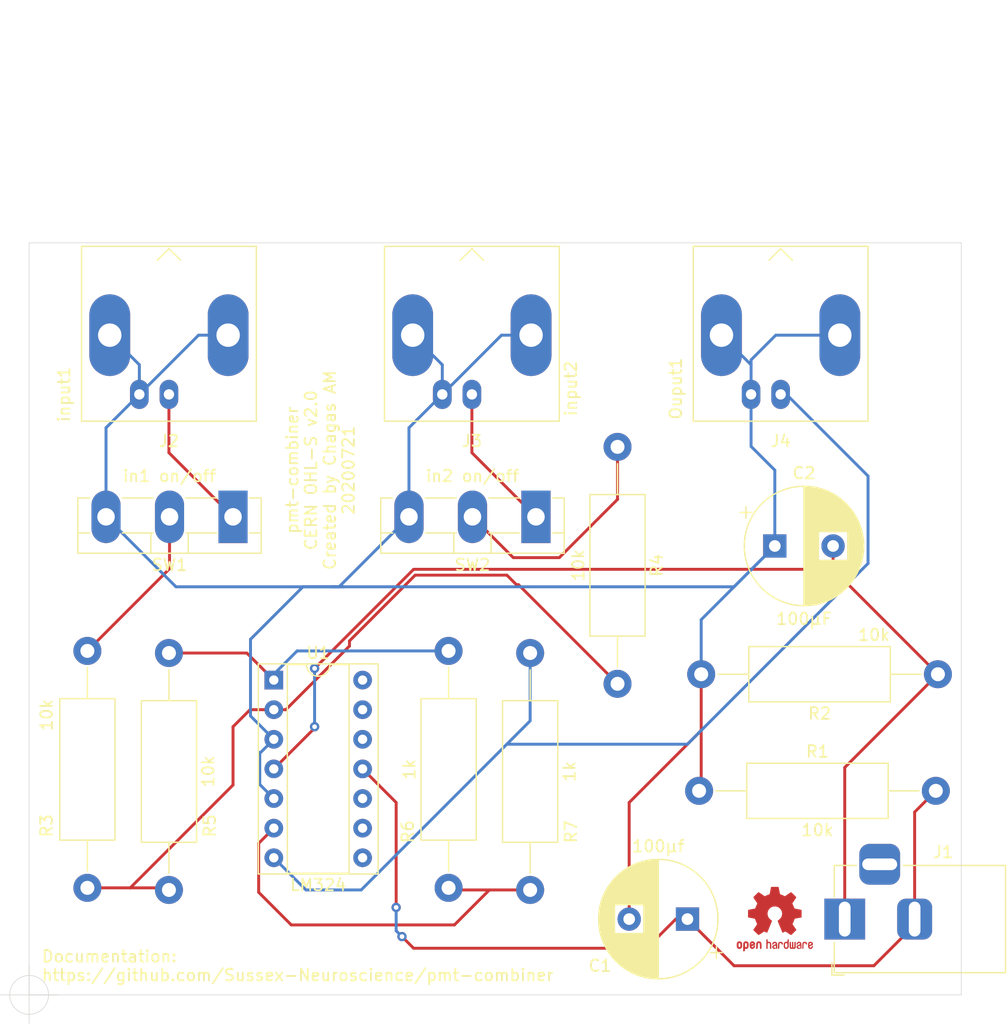
<source format=kicad_pcb>
(kicad_pcb (version 20171130) (host pcbnew "(5.1.12)-1")

  (general
    (thickness 1.6)
    (drawings 9)
    (tracks 119)
    (zones 0)
    (modules 19)
    (nets 18)
  )

  (page A4)
  (layers
    (0 F.Cu signal)
    (31 B.Cu signal)
    (32 B.Adhes user hide)
    (33 F.Adhes user hide)
    (34 B.Paste user hide)
    (35 F.Paste user hide)
    (36 B.SilkS user hide)
    (37 F.SilkS user hide)
    (38 B.Mask user hide)
    (39 F.Mask user hide)
    (40 Dwgs.User user hide)
    (41 Cmts.User user hide)
    (42 Eco1.User user hide)
    (43 Eco2.User user hide)
    (44 Edge.Cuts user)
    (45 Margin user hide)
    (46 B.CrtYd user hide)
    (47 F.CrtYd user hide)
    (48 B.Fab user hide)
    (49 F.Fab user hide)
  )

  (setup
    (last_trace_width 0.25)
    (trace_clearance 0.2)
    (zone_clearance 0.508)
    (zone_45_only no)
    (trace_min 0.2)
    (via_size 0.8)
    (via_drill 0.4)
    (via_min_size 0.4)
    (via_min_drill 0.3)
    (uvia_size 0.3)
    (uvia_drill 0.1)
    (uvias_allowed no)
    (uvia_min_size 0.2)
    (uvia_min_drill 0.1)
    (edge_width 0.05)
    (segment_width 0.2)
    (pcb_text_width 0.3)
    (pcb_text_size 1.5 1.5)
    (mod_edge_width 0.12)
    (mod_text_size 1 1)
    (mod_text_width 0.15)
    (pad_size 1.524 1.524)
    (pad_drill 0.762)
    (pad_to_mask_clearance 0.05)
    (aux_axis_origin 0 0)
    (visible_elements 7FFFFFFF)
    (pcbplotparams
      (layerselection 0x3ffff_ffffffff)
      (usegerberextensions false)
      (usegerberattributes true)
      (usegerberadvancedattributes true)
      (creategerberjobfile true)
      (excludeedgelayer true)
      (linewidth 0.100000)
      (plotframeref false)
      (viasonmask false)
      (mode 1)
      (useauxorigin false)
      (hpglpennumber 1)
      (hpglpenspeed 20)
      (hpglpendiameter 15.000000)
      (psnegative false)
      (psa4output false)
      (plotreference true)
      (plotvalue true)
      (plotinvisibletext false)
      (padsonsilk false)
      (subtractmaskfromsilk false)
      (outputformat 1)
      (mirror false)
      (drillshape 0)
      (scaleselection 1)
      (outputdirectory "gerbers/"))
  )

  (net 0 "")
  (net 1 "Net-(C1-Pad1)")
  (net 2 GND)
  (net 3 "Net-(C2-Pad2)")
  (net 4 "Net-(J2-Pad1)")
  (net 5 "Net-(J3-Pad1)")
  (net 6 "Net-(J4-Pad1)")
  (net 7 "Net-(R3-Pad2)")
  (net 8 "Net-(R3-Pad1)")
  (net 9 "Net-(R4-Pad1)")
  (net 10 "Net-(R5-Pad2)")
  (net 11 "Net-(R6-Pad2)")
  (net 12 "Net-(U1-Pad8)")
  (net 13 "Net-(U1-Pad9)")
  (net 14 "Net-(U1-Pad10)")
  (net 15 "Net-(U1-Pad12)")
  (net 16 "Net-(U1-Pad13)")
  (net 17 "Net-(U1-Pad14)")

  (net_class Default "This is the default net class."
    (clearance 0.2)
    (trace_width 0.25)
    (via_dia 0.8)
    (via_drill 0.4)
    (uvia_dia 0.3)
    (uvia_drill 0.1)
    (add_net GND)
    (add_net "Net-(C1-Pad1)")
    (add_net "Net-(C2-Pad2)")
    (add_net "Net-(J2-Pad1)")
    (add_net "Net-(J3-Pad1)")
    (add_net "Net-(J4-Pad1)")
    (add_net "Net-(R3-Pad1)")
    (add_net "Net-(R3-Pad2)")
    (add_net "Net-(R4-Pad1)")
    (add_net "Net-(R5-Pad2)")
    (add_net "Net-(R6-Pad2)")
    (add_net "Net-(U1-Pad10)")
    (add_net "Net-(U1-Pad12)")
    (add_net "Net-(U1-Pad13)")
    (add_net "Net-(U1-Pad14)")
    (add_net "Net-(U1-Pad8)")
    (add_net "Net-(U1-Pad9)")
  )

  (module MountingHole:MountingHole_3.2mm_M3_DIN965 (layer F.Cu) (tedit 56D1B4CB) (tstamp 5F17090F)
    (at 138.5 40.5)
    (descr "Mounting Hole 3.2mm, no annular, M3, DIN965")
    (tags "mounting hole 3.2mm no annular m3 din965")
    (attr virtual)
    (fp_text reference REF** (at 0 -3.8) (layer F.Fab)
      (effects (font (size 1 1) (thickness 0.15)))
    )
    (fp_text value MountingHole_3.2mm_M3_DIN965 (at 0 3.8) (layer F.Fab)
      (effects (font (size 1 1) (thickness 0.15)))
    )
    (fp_circle (center 0 0) (end 3.05 0) (layer F.CrtYd) (width 0.05))
    (fp_circle (center 0 0) (end 2.8 0) (layer Cmts.User) (width 0.15))
    (fp_text user %R (at 0.3 0) (layer F.Fab)
      (effects (font (size 1 1) (thickness 0.15)))
    )
    (pad 1 np_thru_hole circle (at 0 0) (size 3.2 3.2) (drill 3.2) (layers *.Cu *.Mask))
  )

  (module MountingHole:MountingHole_3.2mm_M3_DIN965 (layer F.Cu) (tedit 56D1B4CB) (tstamp 5F1704E6)
    (at 189.5 54.5)
    (descr "Mounting Hole 3.2mm, no annular, M3, DIN965")
    (tags "mounting hole 3.2mm no annular m3 din965")
    (attr virtual)
    (fp_text reference REF** (at 0 -3.8) (layer F.Fab)
      (effects (font (size 1 1) (thickness 0.15)))
    )
    (fp_text value MountingHole_3.2mm_M3_DIN965 (at 0 3.8) (layer F.Fab)
      (effects (font (size 1 1) (thickness 0.15)))
    )
    (fp_circle (center 0 0) (end 3.05 0) (layer F.CrtYd) (width 0.05))
    (fp_circle (center 0 0) (end 2.8 0) (layer Cmts.User) (width 0.15))
    (fp_text user %R (at 0.3 0) (layer F.Fab)
      (effects (font (size 1 1) (thickness 0.15)))
    )
    (pad 1 np_thru_hole circle (at 0 0) (size 3.2 3.2) (drill 3.2) (layers *.Cu *.Mask))
  )

  (module Symbol:OSHW-Logo2_7.3x6mm_Copper (layer F.Cu) (tedit 0) (tstamp 5F17B017)
    (at 177.5 94)
    (descr "Open Source Hardware Symbol")
    (tags "Logo Symbol OSHW")
    (attr virtual)
    (fp_text reference REF** (at 0 0) (layer F.SilkS) hide
      (effects (font (size 1 1) (thickness 0.15)))
    )
    (fp_text value OSHW-Logo2_7.3x6mm_Copper (at 0.75 0) (layer F.Fab) hide
      (effects (font (size 1 1) (thickness 0.15)))
    )
    (fp_poly (pts (xy -2.400256 1.919918) (xy -2.344799 1.947568) (xy -2.295852 1.99848) (xy -2.282371 2.017338)
      (xy -2.267686 2.042015) (xy -2.258158 2.068816) (xy -2.252707 2.104587) (xy -2.250253 2.156169)
      (xy -2.249714 2.224267) (xy -2.252148 2.317588) (xy -2.260606 2.387657) (xy -2.276826 2.439931)
      (xy -2.302546 2.479869) (xy -2.339503 2.512929) (xy -2.342218 2.514886) (xy -2.37864 2.534908)
      (xy -2.422498 2.544815) (xy -2.478276 2.547257) (xy -2.568952 2.547257) (xy -2.56899 2.635283)
      (xy -2.569834 2.684308) (xy -2.574976 2.713065) (xy -2.588413 2.730311) (xy -2.614142 2.744808)
      (xy -2.620321 2.747769) (xy -2.649236 2.761648) (xy -2.671624 2.770414) (xy -2.688271 2.771171)
      (xy -2.699964 2.761023) (xy -2.70749 2.737073) (xy -2.711634 2.696426) (xy -2.713185 2.636186)
      (xy -2.712929 2.553455) (xy -2.711651 2.445339) (xy -2.711252 2.413) (xy -2.709815 2.301524)
      (xy -2.708528 2.228603) (xy -2.569029 2.228603) (xy -2.568245 2.290499) (xy -2.56476 2.330997)
      (xy -2.556876 2.357708) (xy -2.542895 2.378244) (xy -2.533403 2.38826) (xy -2.494596 2.417567)
      (xy -2.460237 2.419952) (xy -2.424784 2.39575) (xy -2.423886 2.394857) (xy -2.409461 2.376153)
      (xy -2.400687 2.350732) (xy -2.396261 2.311584) (xy -2.394882 2.251697) (xy -2.394857 2.23843)
      (xy -2.398188 2.155901) (xy -2.409031 2.098691) (xy -2.42866 2.063766) (xy -2.45835 2.048094)
      (xy -2.475509 2.046514) (xy -2.516234 2.053926) (xy -2.544168 2.07833) (xy -2.560983 2.12298)
      (xy -2.56835 2.19113) (xy -2.569029 2.228603) (xy -2.708528 2.228603) (xy -2.708292 2.215245)
      (xy -2.706323 2.150333) (xy -2.70355 2.102958) (xy -2.699612 2.06929) (xy -2.694151 2.045498)
      (xy -2.686808 2.027753) (xy -2.677223 2.012224) (xy -2.673113 2.006381) (xy -2.618595 1.951185)
      (xy -2.549664 1.91989) (xy -2.469928 1.911165) (xy -2.400256 1.919918)) (layer F.Cu) (width 0.01))
    (fp_poly (pts (xy -1.283907 1.92778) (xy -1.237328 1.954723) (xy -1.204943 1.981466) (xy -1.181258 2.009484)
      (xy -1.164941 2.043748) (xy -1.154661 2.089227) (xy -1.149086 2.150892) (xy -1.146884 2.233711)
      (xy -1.146629 2.293246) (xy -1.146629 2.512391) (xy -1.208314 2.540044) (xy -1.27 2.567697)
      (xy -1.277257 2.32767) (xy -1.280256 2.238028) (xy -1.283402 2.172962) (xy -1.287299 2.128026)
      (xy -1.292553 2.09877) (xy -1.299769 2.080748) (xy -1.30955 2.069511) (xy -1.312688 2.067079)
      (xy -1.360239 2.048083) (xy -1.408303 2.0556) (xy -1.436914 2.075543) (xy -1.448553 2.089675)
      (xy -1.456609 2.10822) (xy -1.461729 2.136334) (xy -1.464559 2.179173) (xy -1.465744 2.241895)
      (xy -1.465943 2.307261) (xy -1.465982 2.389268) (xy -1.467386 2.447316) (xy -1.472086 2.486465)
      (xy -1.482013 2.51178) (xy -1.499097 2.528323) (xy -1.525268 2.541156) (xy -1.560225 2.554491)
      (xy -1.598404 2.569007) (xy -1.593859 2.311389) (xy -1.592029 2.218519) (xy -1.589888 2.149889)
      (xy -1.586819 2.100711) (xy -1.582206 2.066198) (xy -1.575432 2.041562) (xy -1.565881 2.022016)
      (xy -1.554366 2.00477) (xy -1.49881 1.94968) (xy -1.43102 1.917822) (xy -1.357287 1.910191)
      (xy -1.283907 1.92778)) (layer F.Cu) (width 0.01))
    (fp_poly (pts (xy -2.958885 1.921962) (xy -2.890855 1.957733) (xy -2.840649 2.015301) (xy -2.822815 2.052312)
      (xy -2.808937 2.107882) (xy -2.801833 2.178096) (xy -2.80116 2.254727) (xy -2.806573 2.329552)
      (xy -2.81773 2.394342) (xy -2.834286 2.440873) (xy -2.839374 2.448887) (xy -2.899645 2.508707)
      (xy -2.971231 2.544535) (xy -3.048908 2.55502) (xy -3.127452 2.53881) (xy -3.149311 2.529092)
      (xy -3.191878 2.499143) (xy -3.229237 2.459433) (xy -3.232768 2.454397) (xy -3.247119 2.430124)
      (xy -3.256606 2.404178) (xy -3.26221 2.370022) (xy -3.264914 2.321119) (xy -3.265701 2.250935)
      (xy -3.265714 2.2352) (xy -3.265678 2.230192) (xy -3.120571 2.230192) (xy -3.119727 2.29643)
      (xy -3.116404 2.340386) (xy -3.109417 2.368779) (xy -3.097584 2.388325) (xy -3.091543 2.394857)
      (xy -3.056814 2.41968) (xy -3.023097 2.418548) (xy -2.989005 2.397016) (xy -2.968671 2.374029)
      (xy -2.956629 2.340478) (xy -2.949866 2.287569) (xy -2.949402 2.281399) (xy -2.948248 2.185513)
      (xy -2.960312 2.114299) (xy -2.98543 2.068194) (xy -3.02344 2.047635) (xy -3.037008 2.046514)
      (xy -3.072636 2.052152) (xy -3.097006 2.071686) (xy -3.111907 2.109042) (xy -3.119125 2.16815)
      (xy -3.120571 2.230192) (xy -3.265678 2.230192) (xy -3.265174 2.160413) (xy -3.262904 2.108159)
      (xy -3.257932 2.071949) (xy -3.249287 2.045299) (xy -3.235995 2.021722) (xy -3.233057 2.017338)
      (xy -3.183687 1.958249) (xy -3.129891 1.923947) (xy -3.064398 1.910331) (xy -3.042158 1.909665)
      (xy -2.958885 1.921962)) (layer F.Cu) (width 0.01))
    (fp_poly (pts (xy -1.831697 1.931239) (xy -1.774473 1.969735) (xy -1.730251 2.025335) (xy -1.703833 2.096086)
      (xy -1.69849 2.148162) (xy -1.699097 2.169893) (xy -1.704178 2.186531) (xy -1.718145 2.201437)
      (xy -1.745411 2.217973) (xy -1.790388 2.239498) (xy -1.857489 2.269374) (xy -1.857829 2.269524)
      (xy -1.919593 2.297813) (xy -1.970241 2.322933) (xy -2.004596 2.342179) (xy -2.017482 2.352848)
      (xy -2.017486 2.352934) (xy -2.006128 2.376166) (xy -1.979569 2.401774) (xy -1.949077 2.420221)
      (xy -1.93363 2.423886) (xy -1.891485 2.411212) (xy -1.855192 2.379471) (xy -1.837483 2.344572)
      (xy -1.820448 2.318845) (xy -1.787078 2.289546) (xy -1.747851 2.264235) (xy -1.713244 2.250471)
      (xy -1.706007 2.249714) (xy -1.697861 2.26216) (xy -1.69737 2.293972) (xy -1.703357 2.336866)
      (xy -1.714643 2.382558) (xy -1.73005 2.422761) (xy -1.730829 2.424322) (xy -1.777196 2.489062)
      (xy -1.837289 2.533097) (xy -1.905535 2.554711) (xy -1.976362 2.552185) (xy -2.044196 2.523804)
      (xy -2.047212 2.521808) (xy -2.100573 2.473448) (xy -2.13566 2.410352) (xy -2.155078 2.327387)
      (xy -2.157684 2.304078) (xy -2.162299 2.194055) (xy -2.156767 2.142748) (xy -2.017486 2.142748)
      (xy -2.015676 2.174753) (xy -2.005778 2.184093) (xy -1.981102 2.177105) (xy -1.942205 2.160587)
      (xy -1.898725 2.139881) (xy -1.897644 2.139333) (xy -1.860791 2.119949) (xy -1.846 2.107013)
      (xy -1.849647 2.093451) (xy -1.865005 2.075632) (xy -1.904077 2.049845) (xy -1.946154 2.04795)
      (xy -1.983897 2.066717) (xy -2.009966 2.102915) (xy -2.017486 2.142748) (xy -2.156767 2.142748)
      (xy -2.152806 2.106027) (xy -2.12845 2.036212) (xy -2.094544 1.987302) (xy -2.033347 1.937878)
      (xy -1.965937 1.913359) (xy -1.89712 1.911797) (xy -1.831697 1.931239)) (layer F.Cu) (width 0.01))
    (fp_poly (pts (xy -0.624114 1.851289) (xy -0.619861 1.910613) (xy -0.614975 1.945572) (xy -0.608205 1.96082)
      (xy -0.598298 1.961015) (xy -0.595086 1.959195) (xy -0.552356 1.946015) (xy -0.496773 1.946785)
      (xy -0.440263 1.960333) (xy -0.404918 1.977861) (xy -0.368679 2.005861) (xy -0.342187 2.037549)
      (xy -0.324001 2.077813) (xy -0.312678 2.131543) (xy -0.306778 2.203626) (xy -0.304857 2.298951)
      (xy -0.304823 2.317237) (xy -0.3048 2.522646) (xy -0.350509 2.53858) (xy -0.382973 2.54942)
      (xy -0.400785 2.554468) (xy -0.401309 2.554514) (xy -0.403063 2.540828) (xy -0.404556 2.503076)
      (xy -0.405674 2.446224) (xy -0.406303 2.375234) (xy -0.4064 2.332073) (xy -0.406602 2.246973)
      (xy -0.407642 2.185981) (xy -0.410169 2.144177) (xy -0.414836 2.116642) (xy -0.422293 2.098456)
      (xy -0.433189 2.084698) (xy -0.439993 2.078073) (xy -0.486728 2.051375) (xy -0.537728 2.049375)
      (xy -0.583999 2.071955) (xy -0.592556 2.080107) (xy -0.605107 2.095436) (xy -0.613812 2.113618)
      (xy -0.619369 2.139909) (xy -0.622474 2.179562) (xy -0.623824 2.237832) (xy -0.624114 2.318173)
      (xy -0.624114 2.522646) (xy -0.669823 2.53858) (xy -0.702287 2.54942) (xy -0.720099 2.554468)
      (xy -0.720623 2.554514) (xy -0.721963 2.540623) (xy -0.723172 2.501439) (xy -0.724199 2.4407)
      (xy -0.724998 2.362141) (xy -0.725519 2.269498) (xy -0.725714 2.166509) (xy -0.725714 1.769342)
      (xy -0.678543 1.749444) (xy -0.631371 1.729547) (xy -0.624114 1.851289)) (layer F.Cu) (width 0.01))
    (fp_poly (pts (xy 0.039744 1.950968) (xy 0.096616 1.972087) (xy 0.097267 1.972493) (xy 0.13244 1.99838)
      (xy 0.158407 2.028633) (xy 0.17667 2.068058) (xy 0.188732 2.121462) (xy 0.196096 2.193651)
      (xy 0.200264 2.289432) (xy 0.200629 2.303078) (xy 0.205876 2.508842) (xy 0.161716 2.531678)
      (xy 0.129763 2.54711) (xy 0.11047 2.554423) (xy 0.109578 2.554514) (xy 0.106239 2.541022)
      (xy 0.103587 2.504626) (xy 0.101956 2.451452) (xy 0.1016 2.408393) (xy 0.101592 2.338641)
      (xy 0.098403 2.294837) (xy 0.087288 2.273944) (xy 0.063501 2.272925) (xy 0.022296 2.288741)
      (xy -0.039914 2.317815) (xy -0.085659 2.341963) (xy -0.109187 2.362913) (xy -0.116104 2.385747)
      (xy -0.116114 2.386877) (xy -0.104701 2.426212) (xy -0.070908 2.447462) (xy -0.019191 2.450539)
      (xy 0.018061 2.450006) (xy 0.037703 2.460735) (xy 0.049952 2.486505) (xy 0.057002 2.519337)
      (xy 0.046842 2.537966) (xy 0.043017 2.540632) (xy 0.007001 2.55134) (xy -0.043434 2.552856)
      (xy -0.095374 2.545759) (xy -0.132178 2.532788) (xy -0.183062 2.489585) (xy -0.211986 2.429446)
      (xy -0.217714 2.382462) (xy -0.213343 2.340082) (xy -0.197525 2.305488) (xy -0.166203 2.274763)
      (xy -0.115322 2.24399) (xy -0.040824 2.209252) (xy -0.036286 2.207288) (xy 0.030821 2.176287)
      (xy 0.072232 2.150862) (xy 0.089981 2.128014) (xy 0.086107 2.104745) (xy 0.062643 2.078056)
      (xy 0.055627 2.071914) (xy 0.00863 2.0481) (xy -0.040067 2.049103) (xy -0.082478 2.072451)
      (xy -0.110616 2.115675) (xy -0.113231 2.12416) (xy -0.138692 2.165308) (xy -0.170999 2.185128)
      (xy -0.217714 2.20477) (xy -0.217714 2.15395) (xy -0.203504 2.080082) (xy -0.161325 2.012327)
      (xy -0.139376 1.989661) (xy -0.089483 1.960569) (xy -0.026033 1.9474) (xy 0.039744 1.950968)) (layer F.Cu) (width 0.01))
    (fp_poly (pts (xy 0.529926 1.949755) (xy 0.595858 1.974084) (xy 0.649273 2.017117) (xy 0.670164 2.047409)
      (xy 0.692939 2.102994) (xy 0.692466 2.143186) (xy 0.668562 2.170217) (xy 0.659717 2.174813)
      (xy 0.62153 2.189144) (xy 0.602028 2.185472) (xy 0.595422 2.161407) (xy 0.595086 2.148114)
      (xy 0.582992 2.09921) (xy 0.551471 2.064999) (xy 0.507659 2.048476) (xy 0.458695 2.052634)
      (xy 0.418894 2.074227) (xy 0.40545 2.086544) (xy 0.395921 2.101487) (xy 0.389485 2.124075)
      (xy 0.385317 2.159328) (xy 0.382597 2.212266) (xy 0.380502 2.287907) (xy 0.37996 2.311857)
      (xy 0.377981 2.39379) (xy 0.375731 2.451455) (xy 0.372357 2.489608) (xy 0.367006 2.513004)
      (xy 0.358824 2.526398) (xy 0.346959 2.534545) (xy 0.339362 2.538144) (xy 0.307102 2.550452)
      (xy 0.288111 2.554514) (xy 0.281836 2.540948) (xy 0.278006 2.499934) (xy 0.2766 2.430999)
      (xy 0.277598 2.333669) (xy 0.277908 2.318657) (xy 0.280101 2.229859) (xy 0.282693 2.165019)
      (xy 0.286382 2.119067) (xy 0.291864 2.086935) (xy 0.299835 2.063553) (xy 0.310993 2.043852)
      (xy 0.31683 2.03541) (xy 0.350296 1.998057) (xy 0.387727 1.969003) (xy 0.392309 1.966467)
      (xy 0.459426 1.946443) (xy 0.529926 1.949755)) (layer F.Cu) (width 0.01))
    (fp_poly (pts (xy 1.190117 2.065358) (xy 1.189933 2.173837) (xy 1.189219 2.257287) (xy 1.187675 2.319704)
      (xy 1.185001 2.365085) (xy 1.180894 2.397429) (xy 1.175055 2.420733) (xy 1.167182 2.438995)
      (xy 1.161221 2.449418) (xy 1.111855 2.505945) (xy 1.049264 2.541377) (xy 0.980013 2.55409)
      (xy 0.910668 2.542463) (xy 0.869375 2.521568) (xy 0.826025 2.485422) (xy 0.796481 2.441276)
      (xy 0.778655 2.383462) (xy 0.770463 2.306313) (xy 0.769302 2.249714) (xy 0.769458 2.245647)
      (xy 0.870857 2.245647) (xy 0.871476 2.31055) (xy 0.874314 2.353514) (xy 0.88084 2.381622)
      (xy 0.892523 2.401953) (xy 0.906483 2.417288) (xy 0.953365 2.44689) (xy 1.003701 2.449419)
      (xy 1.051276 2.424705) (xy 1.054979 2.421356) (xy 1.070783 2.403935) (xy 1.080693 2.383209)
      (xy 1.086058 2.352362) (xy 1.088228 2.304577) (xy 1.088571 2.251748) (xy 1.087827 2.185381)
      (xy 1.084748 2.141106) (xy 1.078061 2.112009) (xy 1.066496 2.091173) (xy 1.057013 2.080107)
      (xy 1.01296 2.052198) (xy 0.962224 2.048843) (xy 0.913796 2.070159) (xy 0.90445 2.078073)
      (xy 0.88854 2.095647) (xy 0.87861 2.116587) (xy 0.873278 2.147782) (xy 0.871163 2.196122)
      (xy 0.870857 2.245647) (xy 0.769458 2.245647) (xy 0.77281 2.158568) (xy 0.784726 2.090086)
      (xy 0.807135 2.0386) (xy 0.842124 1.998443) (xy 0.869375 1.977861) (xy 0.918907 1.955625)
      (xy 0.976316 1.945304) (xy 1.029682 1.948067) (xy 1.059543 1.959212) (xy 1.071261 1.962383)
      (xy 1.079037 1.950557) (xy 1.084465 1.918866) (xy 1.088571 1.870593) (xy 1.093067 1.816829)
      (xy 1.099313 1.784482) (xy 1.110676 1.765985) (xy 1.130528 1.75377) (xy 1.143 1.748362)
      (xy 1.190171 1.728601) (xy 1.190117 2.065358)) (layer F.Cu) (width 0.01))
    (fp_poly (pts (xy 1.779833 1.958663) (xy 1.782048 1.99685) (xy 1.783784 2.054886) (xy 1.784899 2.12818)
      (xy 1.785257 2.205055) (xy 1.785257 2.465196) (xy 1.739326 2.511127) (xy 1.707675 2.539429)
      (xy 1.67989 2.550893) (xy 1.641915 2.550168) (xy 1.62684 2.548321) (xy 1.579726 2.542948)
      (xy 1.540756 2.539869) (xy 1.531257 2.539585) (xy 1.499233 2.541445) (xy 1.453432 2.546114)
      (xy 1.435674 2.548321) (xy 1.392057 2.551735) (xy 1.362745 2.54432) (xy 1.33368 2.521427)
      (xy 1.323188 2.511127) (xy 1.277257 2.465196) (xy 1.277257 1.978602) (xy 1.314226 1.961758)
      (xy 1.346059 1.949282) (xy 1.364683 1.944914) (xy 1.369458 1.958718) (xy 1.373921 1.997286)
      (xy 1.377775 2.056356) (xy 1.380722 2.131663) (xy 1.382143 2.195286) (xy 1.386114 2.445657)
      (xy 1.420759 2.450556) (xy 1.452268 2.447131) (xy 1.467708 2.436041) (xy 1.472023 2.415308)
      (xy 1.475708 2.371145) (xy 1.478469 2.309146) (xy 1.480012 2.234909) (xy 1.480235 2.196706)
      (xy 1.480457 1.976783) (xy 1.526166 1.960849) (xy 1.558518 1.950015) (xy 1.576115 1.944962)
      (xy 1.576623 1.944914) (xy 1.578388 1.958648) (xy 1.580329 1.99673) (xy 1.582282 2.054482)
      (xy 1.584084 2.127227) (xy 1.585343 2.195286) (xy 1.589314 2.445657) (xy 1.6764 2.445657)
      (xy 1.680396 2.21724) (xy 1.684392 1.988822) (xy 1.726847 1.966868) (xy 1.758192 1.951793)
      (xy 1.776744 1.944951) (xy 1.777279 1.944914) (xy 1.779833 1.958663)) (layer F.Cu) (width 0.01))
    (fp_poly (pts (xy 2.144876 1.956335) (xy 2.186667 1.975344) (xy 2.219469 1.998378) (xy 2.243503 2.024133)
      (xy 2.260097 2.057358) (xy 2.270577 2.1028) (xy 2.276271 2.165207) (xy 2.278507 2.249327)
      (xy 2.278743 2.304721) (xy 2.278743 2.520826) (xy 2.241774 2.53767) (xy 2.212656 2.549981)
      (xy 2.198231 2.554514) (xy 2.195472 2.541025) (xy 2.193282 2.504653) (xy 2.191942 2.451542)
      (xy 2.191657 2.409372) (xy 2.190434 2.348447) (xy 2.187136 2.300115) (xy 2.182321 2.270518)
      (xy 2.178496 2.264229) (xy 2.152783 2.270652) (xy 2.112418 2.287125) (xy 2.065679 2.309458)
      (xy 2.020845 2.333457) (xy 1.986193 2.35493) (xy 1.970002 2.369685) (xy 1.969938 2.369845)
      (xy 1.97133 2.397152) (xy 1.983818 2.423219) (xy 2.005743 2.444392) (xy 2.037743 2.451474)
      (xy 2.065092 2.450649) (xy 2.103826 2.450042) (xy 2.124158 2.459116) (xy 2.136369 2.483092)
      (xy 2.137909 2.487613) (xy 2.143203 2.521806) (xy 2.129047 2.542568) (xy 2.092148 2.552462)
      (xy 2.052289 2.554292) (xy 1.980562 2.540727) (xy 1.943432 2.521355) (xy 1.897576 2.475845)
      (xy 1.873256 2.419983) (xy 1.871073 2.360957) (xy 1.891629 2.305953) (xy 1.922549 2.271486)
      (xy 1.95342 2.252189) (xy 2.001942 2.227759) (xy 2.058485 2.202985) (xy 2.06791 2.199199)
      (xy 2.130019 2.171791) (xy 2.165822 2.147634) (xy 2.177337 2.123619) (xy 2.16658 2.096635)
      (xy 2.148114 2.075543) (xy 2.104469 2.049572) (xy 2.056446 2.047624) (xy 2.012406 2.067637)
      (xy 1.980709 2.107551) (xy 1.976549 2.117848) (xy 1.952327 2.155724) (xy 1.916965 2.183842)
      (xy 1.872343 2.206917) (xy 1.872343 2.141485) (xy 1.874969 2.101506) (xy 1.88623 2.069997)
      (xy 1.911199 2.036378) (xy 1.935169 2.010484) (xy 1.972441 1.973817) (xy 2.001401 1.954121)
      (xy 2.032505 1.94622) (xy 2.067713 1.944914) (xy 2.144876 1.956335)) (layer F.Cu) (width 0.01))
    (fp_poly (pts (xy 2.6526 1.958752) (xy 2.669948 1.966334) (xy 2.711356 1.999128) (xy 2.746765 2.046547)
      (xy 2.768664 2.097151) (xy 2.772229 2.122098) (xy 2.760279 2.156927) (xy 2.734067 2.175357)
      (xy 2.705964 2.186516) (xy 2.693095 2.188572) (xy 2.686829 2.173649) (xy 2.674456 2.141175)
      (xy 2.669028 2.126502) (xy 2.63859 2.075744) (xy 2.59452 2.050427) (xy 2.53801 2.051206)
      (xy 2.533825 2.052203) (xy 2.503655 2.066507) (xy 2.481476 2.094393) (xy 2.466327 2.139287)
      (xy 2.45725 2.204615) (xy 2.453286 2.293804) (xy 2.452914 2.341261) (xy 2.45273 2.416071)
      (xy 2.451522 2.467069) (xy 2.448309 2.499471) (xy 2.442109 2.518495) (xy 2.43194 2.529356)
      (xy 2.416819 2.537272) (xy 2.415946 2.53767) (xy 2.386828 2.549981) (xy 2.372403 2.554514)
      (xy 2.370186 2.540809) (xy 2.368289 2.502925) (xy 2.366847 2.445715) (xy 2.365998 2.374027)
      (xy 2.365829 2.321565) (xy 2.366692 2.220047) (xy 2.37007 2.143032) (xy 2.377142 2.086023)
      (xy 2.389088 2.044526) (xy 2.40709 2.014043) (xy 2.432327 1.99008) (xy 2.457247 1.973355)
      (xy 2.517171 1.951097) (xy 2.586911 1.946076) (xy 2.6526 1.958752)) (layer F.Cu) (width 0.01))
    (fp_poly (pts (xy 3.153595 1.966966) (xy 3.211021 2.004497) (xy 3.238719 2.038096) (xy 3.260662 2.099064)
      (xy 3.262405 2.147308) (xy 3.258457 2.211816) (xy 3.109686 2.276934) (xy 3.037349 2.310202)
      (xy 2.990084 2.336964) (xy 2.965507 2.360144) (xy 2.961237 2.382667) (xy 2.974889 2.407455)
      (xy 2.989943 2.423886) (xy 3.033746 2.450235) (xy 3.081389 2.452081) (xy 3.125145 2.431546)
      (xy 3.157289 2.390752) (xy 3.163038 2.376347) (xy 3.190576 2.331356) (xy 3.222258 2.312182)
      (xy 3.265714 2.295779) (xy 3.265714 2.357966) (xy 3.261872 2.400283) (xy 3.246823 2.435969)
      (xy 3.21528 2.476943) (xy 3.210592 2.482267) (xy 3.175506 2.51872) (xy 3.145347 2.538283)
      (xy 3.107615 2.547283) (xy 3.076335 2.55023) (xy 3.020385 2.550965) (xy 2.980555 2.54166)
      (xy 2.955708 2.527846) (xy 2.916656 2.497467) (xy 2.889625 2.464613) (xy 2.872517 2.423294)
      (xy 2.863238 2.367521) (xy 2.859693 2.291305) (xy 2.85941 2.252622) (xy 2.860372 2.206247)
      (xy 2.948007 2.206247) (xy 2.949023 2.231126) (xy 2.951556 2.2352) (xy 2.968274 2.229665)
      (xy 3.004249 2.215017) (xy 3.052331 2.19419) (xy 3.062386 2.189714) (xy 3.123152 2.158814)
      (xy 3.156632 2.131657) (xy 3.16399 2.10622) (xy 3.146391 2.080481) (xy 3.131856 2.069109)
      (xy 3.07941 2.046364) (xy 3.030322 2.050122) (xy 2.989227 2.077884) (xy 2.960758 2.127152)
      (xy 2.951631 2.166257) (xy 2.948007 2.206247) (xy 2.860372 2.206247) (xy 2.861285 2.162249)
      (xy 2.868196 2.095384) (xy 2.881884 2.046695) (xy 2.904096 2.010849) (xy 2.936574 1.982513)
      (xy 2.950733 1.973355) (xy 3.015053 1.949507) (xy 3.085473 1.948006) (xy 3.153595 1.966966)) (layer F.Cu) (width 0.01))
    (fp_poly (pts (xy 0.10391 -2.757652) (xy 0.182454 -2.757222) (xy 0.239298 -2.756058) (xy 0.278105 -2.753793)
      (xy 0.302538 -2.75006) (xy 0.316262 -2.744494) (xy 0.32294 -2.736727) (xy 0.326236 -2.726395)
      (xy 0.326556 -2.725057) (xy 0.331562 -2.700921) (xy 0.340829 -2.653299) (xy 0.353392 -2.587259)
      (xy 0.368287 -2.507872) (xy 0.384551 -2.420204) (xy 0.385119 -2.417125) (xy 0.40141 -2.331211)
      (xy 0.416652 -2.255304) (xy 0.429861 -2.193955) (xy 0.440054 -2.151718) (xy 0.446248 -2.133145)
      (xy 0.446543 -2.132816) (xy 0.464788 -2.123747) (xy 0.502405 -2.108633) (xy 0.551271 -2.090738)
      (xy 0.551543 -2.090642) (xy 0.613093 -2.067507) (xy 0.685657 -2.038035) (xy 0.754057 -2.008403)
      (xy 0.757294 -2.006938) (xy 0.868702 -1.956374) (xy 1.115399 -2.12484) (xy 1.191077 -2.176197)
      (xy 1.259631 -2.222111) (xy 1.317088 -2.25997) (xy 1.359476 -2.287163) (xy 1.382825 -2.301079)
      (xy 1.385042 -2.302111) (xy 1.40201 -2.297516) (xy 1.433701 -2.275345) (xy 1.481352 -2.234553)
      (xy 1.546198 -2.174095) (xy 1.612397 -2.109773) (xy 1.676214 -2.046388) (xy 1.733329 -1.988549)
      (xy 1.780305 -1.939825) (xy 1.813703 -1.90379) (xy 1.830085 -1.884016) (xy 1.830694 -1.882998)
      (xy 1.832505 -1.869428) (xy 1.825683 -1.847267) (xy 1.80854 -1.813522) (xy 1.779393 -1.7652)
      (xy 1.736555 -1.699308) (xy 1.679448 -1.614483) (xy 1.628766 -1.539823) (xy 1.583461 -1.47286)
      (xy 1.54615 -1.417484) (xy 1.519452 -1.37758) (xy 1.505985 -1.357038) (xy 1.505137 -1.355644)
      (xy 1.506781 -1.335962) (xy 1.519245 -1.297707) (xy 1.540048 -1.248111) (xy 1.547462 -1.232272)
      (xy 1.579814 -1.16171) (xy 1.614328 -1.081647) (xy 1.642365 -1.012371) (xy 1.662568 -0.960955)
      (xy 1.678615 -0.921881) (xy 1.687888 -0.901459) (xy 1.689041 -0.899886) (xy 1.706096 -0.897279)
      (xy 1.746298 -0.890137) (xy 1.804302 -0.879477) (xy 1.874763 -0.866315) (xy 1.952335 -0.851667)
      (xy 2.031672 -0.836551) (xy 2.107431 -0.821982) (xy 2.174264 -0.808978) (xy 2.226828 -0.798555)
      (xy 2.259776 -0.79173) (xy 2.267857 -0.789801) (xy 2.276205 -0.785038) (xy 2.282506 -0.774282)
      (xy 2.287045 -0.753902) (xy 2.290104 -0.720266) (xy 2.291967 -0.669745) (xy 2.292918 -0.598708)
      (xy 2.29324 -0.503524) (xy 2.293257 -0.464508) (xy 2.293257 -0.147201) (xy 2.217057 -0.132161)
      (xy 2.174663 -0.124005) (xy 2.1114 -0.112101) (xy 2.034962 -0.097884) (xy 1.953043 -0.08279)
      (xy 1.9304 -0.078645) (xy 1.854806 -0.063947) (xy 1.788953 -0.049495) (xy 1.738366 -0.036625)
      (xy 1.708574 -0.026678) (xy 1.703612 -0.023713) (xy 1.691426 -0.002717) (xy 1.673953 0.037967)
      (xy 1.654577 0.090322) (xy 1.650734 0.1016) (xy 1.625339 0.171523) (xy 1.593817 0.250418)
      (xy 1.562969 0.321266) (xy 1.562817 0.321595) (xy 1.511447 0.432733) (xy 1.680399 0.681253)
      (xy 1.849352 0.929772) (xy 1.632429 1.147058) (xy 1.566819 1.211726) (xy 1.506979 1.268733)
      (xy 1.456267 1.315033) (xy 1.418046 1.347584) (xy 1.395675 1.363343) (xy 1.392466 1.364343)
      (xy 1.373626 1.356469) (xy 1.33518 1.334578) (xy 1.28133 1.301267) (xy 1.216276 1.259131)
      (xy 1.14594 1.211943) (xy 1.074555 1.16381) (xy 1.010908 1.121928) (xy 0.959041 1.088871)
      (xy 0.922995 1.067218) (xy 0.906867 1.059543) (xy 0.887189 1.066037) (xy 0.849875 1.08315)
      (xy 0.802621 1.107326) (xy 0.797612 1.110013) (xy 0.733977 1.141927) (xy 0.690341 1.157579)
      (xy 0.663202 1.157745) (xy 0.649057 1.143204) (xy 0.648975 1.143) (xy 0.641905 1.125779)
      (xy 0.625042 1.084899) (xy 0.599695 1.023525) (xy 0.567171 0.944819) (xy 0.528778 0.851947)
      (xy 0.485822 0.748072) (xy 0.444222 0.647502) (xy 0.398504 0.536516) (xy 0.356526 0.433703)
      (xy 0.319548 0.342215) (xy 0.288827 0.265201) (xy 0.265622 0.205815) (xy 0.25119 0.167209)
      (xy 0.246743 0.1528) (xy 0.257896 0.136272) (xy 0.287069 0.10993) (xy 0.325971 0.080887)
      (xy 0.436757 -0.010961) (xy 0.523351 -0.116241) (xy 0.584716 -0.232734) (xy 0.619815 -0.358224)
      (xy 0.627608 -0.490493) (xy 0.621943 -0.551543) (xy 0.591078 -0.678205) (xy 0.53792 -0.790059)
      (xy 0.465767 -0.885999) (xy 0.377917 -0.964924) (xy 0.277665 -1.02573) (xy 0.16831 -1.067313)
      (xy 0.053147 -1.088572) (xy -0.064525 -1.088401) (xy -0.18141 -1.065699) (xy -0.294211 -1.019362)
      (xy -0.399631 -0.948287) (xy -0.443632 -0.908089) (xy -0.528021 -0.804871) (xy -0.586778 -0.692075)
      (xy -0.620296 -0.57299) (xy -0.628965 -0.450905) (xy -0.613177 -0.329107) (xy -0.573322 -0.210884)
      (xy -0.509793 -0.099525) (xy -0.422979 0.001684) (xy -0.325971 0.080887) (xy -0.285563 0.111162)
      (xy -0.257018 0.137219) (xy -0.246743 0.152825) (xy -0.252123 0.169843) (xy -0.267425 0.2105)
      (xy -0.291388 0.271642) (xy -0.322756 0.350119) (xy -0.360268 0.44278) (xy -0.402667 0.546472)
      (xy -0.444337 0.647526) (xy -0.49031 0.758607) (xy -0.532893 0.861541) (xy -0.570779 0.953165)
      (xy -0.60266 1.030316) (xy -0.627229 1.089831) (xy -0.64318 1.128544) (xy -0.64909 1.143)
      (xy -0.663052 1.157685) (xy -0.69006 1.157642) (xy -0.733587 1.142099) (xy -0.79711 1.110284)
      (xy -0.797612 1.110013) (xy -0.84544 1.085323) (xy -0.884103 1.067338) (xy -0.905905 1.059614)
      (xy -0.906867 1.059543) (xy -0.923279 1.067378) (xy -0.959513 1.089165) (xy -1.011526 1.122328)
      (xy -1.075275 1.164291) (xy -1.14594 1.211943) (xy -1.217884 1.260191) (xy -1.282726 1.302151)
      (xy -1.336265 1.335227) (xy -1.374303 1.356821) (xy -1.392467 1.364343) (xy -1.409192 1.354457)
      (xy -1.44282 1.326826) (xy -1.48999 1.284495) (xy -1.547342 1.230505) (xy -1.611516 1.167899)
      (xy -1.632503 1.146983) (xy -1.849501 0.929623) (xy -1.684332 0.68722) (xy -1.634136 0.612781)
      (xy -1.590081 0.545972) (xy -1.554638 0.490665) (xy -1.530281 0.450729) (xy -1.519478 0.430036)
      (xy -1.519162 0.428563) (xy -1.524857 0.409058) (xy -1.540174 0.369822) (xy -1.562463 0.31743)
      (xy -1.578107 0.282355) (xy -1.607359 0.215201) (xy -1.634906 0.147358) (xy -1.656263 0.090034)
      (xy -1.662065 0.072572) (xy -1.678548 0.025938) (xy -1.69466 -0.010095) (xy -1.70351 -0.023713)
      (xy -1.72304 -0.032048) (xy -1.765666 -0.043863) (xy -1.825855 -0.057819) (xy -1.898078 -0.072578)
      (xy -1.9304 -0.078645) (xy -2.012478 -0.093727) (xy -2.091205 -0.108331) (xy -2.158891 -0.12102)
      (xy -2.20784 -0.130358) (xy -2.217057 -0.132161) (xy -2.293257 -0.147201) (xy -2.293257 -0.464508)
      (xy -2.293086 -0.568846) (xy -2.292384 -0.647787) (xy -2.290866 -0.704962) (xy -2.288251 -0.744001)
      (xy -2.284254 -0.768535) (xy -2.278591 -0.782195) (xy -2.27098 -0.788611) (xy -2.267857 -0.789801)
      (xy -2.249022 -0.79402) (xy -2.207412 -0.802438) (xy -2.14837 -0.814039) (xy -2.077243 -0.827805)
      (xy -1.999375 -0.84272) (xy -1.920113 -0.857768) (xy -1.844802 -0.871931) (xy -1.778787 -0.884194)
      (xy -1.727413 -0.893539) (xy -1.696025 -0.89895) (xy -1.689041 -0.899886) (xy -1.682715 -0.912404)
      (xy -1.66871 -0.945754) (xy -1.649645 -0.993623) (xy -1.642366 -1.012371) (xy -1.613004 -1.084805)
      (xy -1.578429 -1.16483) (xy -1.547463 -1.232272) (xy -1.524677 -1.283841) (xy -1.509518 -1.326215)
      (xy -1.504458 -1.352166) (xy -1.505264 -1.355644) (xy -1.515959 -1.372064) (xy -1.54038 -1.408583)
      (xy -1.575905 -1.461313) (xy -1.619913 -1.526365) (xy -1.669783 -1.599849) (xy -1.679644 -1.614355)
      (xy -1.737508 -1.700296) (xy -1.780044 -1.765739) (xy -1.808946 -1.813696) (xy -1.82591 -1.84718)
      (xy -1.832633 -1.869205) (xy -1.83081 -1.882783) (xy -1.830764 -1.882869) (xy -1.816414 -1.900703)
      (xy -1.784677 -1.935183) (xy -1.73899 -1.982732) (xy -1.682796 -2.039778) (xy -1.619532 -2.102745)
      (xy -1.612398 -2.109773) (xy -1.53267 -2.18698) (xy -1.471143 -2.24367) (xy -1.426579 -2.28089)
      (xy -1.397743 -2.299685) (xy -1.385042 -2.302111) (xy -1.366506 -2.291529) (xy -1.328039 -2.267084)
      (xy -1.273614 -2.231388) (xy -1.207202 -2.187053) (xy -1.132775 -2.136689) (xy -1.115399 -2.12484)
      (xy -0.868703 -1.956374) (xy -0.757294 -2.006938) (xy -0.689543 -2.036405) (xy -0.616817 -2.066041)
      (xy -0.554297 -2.08967) (xy -0.551543 -2.090642) (xy -0.50264 -2.108543) (xy -0.464943 -2.12368)
      (xy -0.446575 -2.13279) (xy -0.446544 -2.132816) (xy -0.440715 -2.149283) (xy -0.430808 -2.189781)
      (xy -0.417805 -2.249758) (xy -0.402691 -2.32466) (xy -0.386448 -2.409936) (xy -0.385119 -2.417125)
      (xy -0.368825 -2.504986) (xy -0.353867 -2.58474) (xy -0.341209 -2.651319) (xy -0.331814 -2.699653)
      (xy -0.326646 -2.724675) (xy -0.326556 -2.725057) (xy -0.323411 -2.735701) (xy -0.317296 -2.743738)
      (xy -0.304547 -2.749533) (xy -0.2815 -2.753453) (xy -0.244491 -2.755865) (xy -0.189856 -2.757135)
      (xy -0.113933 -2.757629) (xy -0.013056 -2.757714) (xy 0 -2.757714) (xy 0.10391 -2.757652)) (layer F.Cu) (width 0.01))
  )

  (module Capacitor_THT:CP_Radial_D10.0mm_P5.00mm (layer F.Cu) (tedit 5AE50EF1) (tstamp 5F17772F)
    (at 170 94 180)
    (descr "CP, Radial series, Radial, pin pitch=5.00mm, , diameter=10mm, Electrolytic Capacitor")
    (tags "CP Radial series Radial pin pitch 5.00mm  diameter 10mm Electrolytic Capacitor")
    (path /5F1748BA)
    (fp_text reference C1 (at 7.5 -4) (layer F.SilkS)
      (effects (font (size 1 1) (thickness 0.15)))
    )
    (fp_text value 100µf (at 2.5 6.25) (layer F.SilkS)
      (effects (font (size 1 1) (thickness 0.15)))
    )
    (fp_line (start -2.479646 -3.375) (end -2.479646 -2.375) (layer F.SilkS) (width 0.12))
    (fp_line (start -2.979646 -2.875) (end -1.979646 -2.875) (layer F.SilkS) (width 0.12))
    (fp_line (start 7.581 -0.599) (end 7.581 0.599) (layer F.SilkS) (width 0.12))
    (fp_line (start 7.541 -0.862) (end 7.541 0.862) (layer F.SilkS) (width 0.12))
    (fp_line (start 7.501 -1.062) (end 7.501 1.062) (layer F.SilkS) (width 0.12))
    (fp_line (start 7.461 -1.23) (end 7.461 1.23) (layer F.SilkS) (width 0.12))
    (fp_line (start 7.421 -1.378) (end 7.421 1.378) (layer F.SilkS) (width 0.12))
    (fp_line (start 7.381 -1.51) (end 7.381 1.51) (layer F.SilkS) (width 0.12))
    (fp_line (start 7.341 -1.63) (end 7.341 1.63) (layer F.SilkS) (width 0.12))
    (fp_line (start 7.301 -1.742) (end 7.301 1.742) (layer F.SilkS) (width 0.12))
    (fp_line (start 7.261 -1.846) (end 7.261 1.846) (layer F.SilkS) (width 0.12))
    (fp_line (start 7.221 -1.944) (end 7.221 1.944) (layer F.SilkS) (width 0.12))
    (fp_line (start 7.181 -2.037) (end 7.181 2.037) (layer F.SilkS) (width 0.12))
    (fp_line (start 7.141 -2.125) (end 7.141 2.125) (layer F.SilkS) (width 0.12))
    (fp_line (start 7.101 -2.209) (end 7.101 2.209) (layer F.SilkS) (width 0.12))
    (fp_line (start 7.061 -2.289) (end 7.061 2.289) (layer F.SilkS) (width 0.12))
    (fp_line (start 7.021 -2.365) (end 7.021 2.365) (layer F.SilkS) (width 0.12))
    (fp_line (start 6.981 -2.439) (end 6.981 2.439) (layer F.SilkS) (width 0.12))
    (fp_line (start 6.941 -2.51) (end 6.941 2.51) (layer F.SilkS) (width 0.12))
    (fp_line (start 6.901 -2.579) (end 6.901 2.579) (layer F.SilkS) (width 0.12))
    (fp_line (start 6.861 -2.645) (end 6.861 2.645) (layer F.SilkS) (width 0.12))
    (fp_line (start 6.821 -2.709) (end 6.821 2.709) (layer F.SilkS) (width 0.12))
    (fp_line (start 6.781 -2.77) (end 6.781 2.77) (layer F.SilkS) (width 0.12))
    (fp_line (start 6.741 -2.83) (end 6.741 2.83) (layer F.SilkS) (width 0.12))
    (fp_line (start 6.701 -2.889) (end 6.701 2.889) (layer F.SilkS) (width 0.12))
    (fp_line (start 6.661 -2.945) (end 6.661 2.945) (layer F.SilkS) (width 0.12))
    (fp_line (start 6.621 -3) (end 6.621 3) (layer F.SilkS) (width 0.12))
    (fp_line (start 6.581 -3.054) (end 6.581 3.054) (layer F.SilkS) (width 0.12))
    (fp_line (start 6.541 -3.106) (end 6.541 3.106) (layer F.SilkS) (width 0.12))
    (fp_line (start 6.501 -3.156) (end 6.501 3.156) (layer F.SilkS) (width 0.12))
    (fp_line (start 6.461 -3.206) (end 6.461 3.206) (layer F.SilkS) (width 0.12))
    (fp_line (start 6.421 -3.254) (end 6.421 3.254) (layer F.SilkS) (width 0.12))
    (fp_line (start 6.381 -3.301) (end 6.381 3.301) (layer F.SilkS) (width 0.12))
    (fp_line (start 6.341 -3.347) (end 6.341 3.347) (layer F.SilkS) (width 0.12))
    (fp_line (start 6.301 -3.392) (end 6.301 3.392) (layer F.SilkS) (width 0.12))
    (fp_line (start 6.261 -3.436) (end 6.261 3.436) (layer F.SilkS) (width 0.12))
    (fp_line (start 6.221 1.241) (end 6.221 3.478) (layer F.SilkS) (width 0.12))
    (fp_line (start 6.221 -3.478) (end 6.221 -1.241) (layer F.SilkS) (width 0.12))
    (fp_line (start 6.181 1.241) (end 6.181 3.52) (layer F.SilkS) (width 0.12))
    (fp_line (start 6.181 -3.52) (end 6.181 -1.241) (layer F.SilkS) (width 0.12))
    (fp_line (start 6.141 1.241) (end 6.141 3.561) (layer F.SilkS) (width 0.12))
    (fp_line (start 6.141 -3.561) (end 6.141 -1.241) (layer F.SilkS) (width 0.12))
    (fp_line (start 6.101 1.241) (end 6.101 3.601) (layer F.SilkS) (width 0.12))
    (fp_line (start 6.101 -3.601) (end 6.101 -1.241) (layer F.SilkS) (width 0.12))
    (fp_line (start 6.061 1.241) (end 6.061 3.64) (layer F.SilkS) (width 0.12))
    (fp_line (start 6.061 -3.64) (end 6.061 -1.241) (layer F.SilkS) (width 0.12))
    (fp_line (start 6.021 1.241) (end 6.021 3.679) (layer F.SilkS) (width 0.12))
    (fp_line (start 6.021 -3.679) (end 6.021 -1.241) (layer F.SilkS) (width 0.12))
    (fp_line (start 5.981 1.241) (end 5.981 3.716) (layer F.SilkS) (width 0.12))
    (fp_line (start 5.981 -3.716) (end 5.981 -1.241) (layer F.SilkS) (width 0.12))
    (fp_line (start 5.941 1.241) (end 5.941 3.753) (layer F.SilkS) (width 0.12))
    (fp_line (start 5.941 -3.753) (end 5.941 -1.241) (layer F.SilkS) (width 0.12))
    (fp_line (start 5.901 1.241) (end 5.901 3.789) (layer F.SilkS) (width 0.12))
    (fp_line (start 5.901 -3.789) (end 5.901 -1.241) (layer F.SilkS) (width 0.12))
    (fp_line (start 5.861 1.241) (end 5.861 3.824) (layer F.SilkS) (width 0.12))
    (fp_line (start 5.861 -3.824) (end 5.861 -1.241) (layer F.SilkS) (width 0.12))
    (fp_line (start 5.821 1.241) (end 5.821 3.858) (layer F.SilkS) (width 0.12))
    (fp_line (start 5.821 -3.858) (end 5.821 -1.241) (layer F.SilkS) (width 0.12))
    (fp_line (start 5.781 1.241) (end 5.781 3.892) (layer F.SilkS) (width 0.12))
    (fp_line (start 5.781 -3.892) (end 5.781 -1.241) (layer F.SilkS) (width 0.12))
    (fp_line (start 5.741 1.241) (end 5.741 3.925) (layer F.SilkS) (width 0.12))
    (fp_line (start 5.741 -3.925) (end 5.741 -1.241) (layer F.SilkS) (width 0.12))
    (fp_line (start 5.701 1.241) (end 5.701 3.957) (layer F.SilkS) (width 0.12))
    (fp_line (start 5.701 -3.957) (end 5.701 -1.241) (layer F.SilkS) (width 0.12))
    (fp_line (start 5.661 1.241) (end 5.661 3.989) (layer F.SilkS) (width 0.12))
    (fp_line (start 5.661 -3.989) (end 5.661 -1.241) (layer F.SilkS) (width 0.12))
    (fp_line (start 5.621 1.241) (end 5.621 4.02) (layer F.SilkS) (width 0.12))
    (fp_line (start 5.621 -4.02) (end 5.621 -1.241) (layer F.SilkS) (width 0.12))
    (fp_line (start 5.581 1.241) (end 5.581 4.05) (layer F.SilkS) (width 0.12))
    (fp_line (start 5.581 -4.05) (end 5.581 -1.241) (layer F.SilkS) (width 0.12))
    (fp_line (start 5.541 1.241) (end 5.541 4.08) (layer F.SilkS) (width 0.12))
    (fp_line (start 5.541 -4.08) (end 5.541 -1.241) (layer F.SilkS) (width 0.12))
    (fp_line (start 5.501 1.241) (end 5.501 4.11) (layer F.SilkS) (width 0.12))
    (fp_line (start 5.501 -4.11) (end 5.501 -1.241) (layer F.SilkS) (width 0.12))
    (fp_line (start 5.461 1.241) (end 5.461 4.138) (layer F.SilkS) (width 0.12))
    (fp_line (start 5.461 -4.138) (end 5.461 -1.241) (layer F.SilkS) (width 0.12))
    (fp_line (start 5.421 1.241) (end 5.421 4.166) (layer F.SilkS) (width 0.12))
    (fp_line (start 5.421 -4.166) (end 5.421 -1.241) (layer F.SilkS) (width 0.12))
    (fp_line (start 5.381 1.241) (end 5.381 4.194) (layer F.SilkS) (width 0.12))
    (fp_line (start 5.381 -4.194) (end 5.381 -1.241) (layer F.SilkS) (width 0.12))
    (fp_line (start 5.341 1.241) (end 5.341 4.221) (layer F.SilkS) (width 0.12))
    (fp_line (start 5.341 -4.221) (end 5.341 -1.241) (layer F.SilkS) (width 0.12))
    (fp_line (start 5.301 1.241) (end 5.301 4.247) (layer F.SilkS) (width 0.12))
    (fp_line (start 5.301 -4.247) (end 5.301 -1.241) (layer F.SilkS) (width 0.12))
    (fp_line (start 5.261 1.241) (end 5.261 4.273) (layer F.SilkS) (width 0.12))
    (fp_line (start 5.261 -4.273) (end 5.261 -1.241) (layer F.SilkS) (width 0.12))
    (fp_line (start 5.221 1.241) (end 5.221 4.298) (layer F.SilkS) (width 0.12))
    (fp_line (start 5.221 -4.298) (end 5.221 -1.241) (layer F.SilkS) (width 0.12))
    (fp_line (start 5.181 1.241) (end 5.181 4.323) (layer F.SilkS) (width 0.12))
    (fp_line (start 5.181 -4.323) (end 5.181 -1.241) (layer F.SilkS) (width 0.12))
    (fp_line (start 5.141 1.241) (end 5.141 4.347) (layer F.SilkS) (width 0.12))
    (fp_line (start 5.141 -4.347) (end 5.141 -1.241) (layer F.SilkS) (width 0.12))
    (fp_line (start 5.101 1.241) (end 5.101 4.371) (layer F.SilkS) (width 0.12))
    (fp_line (start 5.101 -4.371) (end 5.101 -1.241) (layer F.SilkS) (width 0.12))
    (fp_line (start 5.061 1.241) (end 5.061 4.395) (layer F.SilkS) (width 0.12))
    (fp_line (start 5.061 -4.395) (end 5.061 -1.241) (layer F.SilkS) (width 0.12))
    (fp_line (start 5.021 1.241) (end 5.021 4.417) (layer F.SilkS) (width 0.12))
    (fp_line (start 5.021 -4.417) (end 5.021 -1.241) (layer F.SilkS) (width 0.12))
    (fp_line (start 4.981 1.241) (end 4.981 4.44) (layer F.SilkS) (width 0.12))
    (fp_line (start 4.981 -4.44) (end 4.981 -1.241) (layer F.SilkS) (width 0.12))
    (fp_line (start 4.941 1.241) (end 4.941 4.462) (layer F.SilkS) (width 0.12))
    (fp_line (start 4.941 -4.462) (end 4.941 -1.241) (layer F.SilkS) (width 0.12))
    (fp_line (start 4.901 1.241) (end 4.901 4.483) (layer F.SilkS) (width 0.12))
    (fp_line (start 4.901 -4.483) (end 4.901 -1.241) (layer F.SilkS) (width 0.12))
    (fp_line (start 4.861 1.241) (end 4.861 4.504) (layer F.SilkS) (width 0.12))
    (fp_line (start 4.861 -4.504) (end 4.861 -1.241) (layer F.SilkS) (width 0.12))
    (fp_line (start 4.821 1.241) (end 4.821 4.525) (layer F.SilkS) (width 0.12))
    (fp_line (start 4.821 -4.525) (end 4.821 -1.241) (layer F.SilkS) (width 0.12))
    (fp_line (start 4.781 1.241) (end 4.781 4.545) (layer F.SilkS) (width 0.12))
    (fp_line (start 4.781 -4.545) (end 4.781 -1.241) (layer F.SilkS) (width 0.12))
    (fp_line (start 4.741 1.241) (end 4.741 4.564) (layer F.SilkS) (width 0.12))
    (fp_line (start 4.741 -4.564) (end 4.741 -1.241) (layer F.SilkS) (width 0.12))
    (fp_line (start 4.701 1.241) (end 4.701 4.584) (layer F.SilkS) (width 0.12))
    (fp_line (start 4.701 -4.584) (end 4.701 -1.241) (layer F.SilkS) (width 0.12))
    (fp_line (start 4.661 1.241) (end 4.661 4.603) (layer F.SilkS) (width 0.12))
    (fp_line (start 4.661 -4.603) (end 4.661 -1.241) (layer F.SilkS) (width 0.12))
    (fp_line (start 4.621 1.241) (end 4.621 4.621) (layer F.SilkS) (width 0.12))
    (fp_line (start 4.621 -4.621) (end 4.621 -1.241) (layer F.SilkS) (width 0.12))
    (fp_line (start 4.581 1.241) (end 4.581 4.639) (layer F.SilkS) (width 0.12))
    (fp_line (start 4.581 -4.639) (end 4.581 -1.241) (layer F.SilkS) (width 0.12))
    (fp_line (start 4.541 1.241) (end 4.541 4.657) (layer F.SilkS) (width 0.12))
    (fp_line (start 4.541 -4.657) (end 4.541 -1.241) (layer F.SilkS) (width 0.12))
    (fp_line (start 4.501 1.241) (end 4.501 4.674) (layer F.SilkS) (width 0.12))
    (fp_line (start 4.501 -4.674) (end 4.501 -1.241) (layer F.SilkS) (width 0.12))
    (fp_line (start 4.461 1.241) (end 4.461 4.69) (layer F.SilkS) (width 0.12))
    (fp_line (start 4.461 -4.69) (end 4.461 -1.241) (layer F.SilkS) (width 0.12))
    (fp_line (start 4.421 1.241) (end 4.421 4.707) (layer F.SilkS) (width 0.12))
    (fp_line (start 4.421 -4.707) (end 4.421 -1.241) (layer F.SilkS) (width 0.12))
    (fp_line (start 4.381 1.241) (end 4.381 4.723) (layer F.SilkS) (width 0.12))
    (fp_line (start 4.381 -4.723) (end 4.381 -1.241) (layer F.SilkS) (width 0.12))
    (fp_line (start 4.341 1.241) (end 4.341 4.738) (layer F.SilkS) (width 0.12))
    (fp_line (start 4.341 -4.738) (end 4.341 -1.241) (layer F.SilkS) (width 0.12))
    (fp_line (start 4.301 1.241) (end 4.301 4.754) (layer F.SilkS) (width 0.12))
    (fp_line (start 4.301 -4.754) (end 4.301 -1.241) (layer F.SilkS) (width 0.12))
    (fp_line (start 4.261 1.241) (end 4.261 4.768) (layer F.SilkS) (width 0.12))
    (fp_line (start 4.261 -4.768) (end 4.261 -1.241) (layer F.SilkS) (width 0.12))
    (fp_line (start 4.221 1.241) (end 4.221 4.783) (layer F.SilkS) (width 0.12))
    (fp_line (start 4.221 -4.783) (end 4.221 -1.241) (layer F.SilkS) (width 0.12))
    (fp_line (start 4.181 1.241) (end 4.181 4.797) (layer F.SilkS) (width 0.12))
    (fp_line (start 4.181 -4.797) (end 4.181 -1.241) (layer F.SilkS) (width 0.12))
    (fp_line (start 4.141 1.241) (end 4.141 4.811) (layer F.SilkS) (width 0.12))
    (fp_line (start 4.141 -4.811) (end 4.141 -1.241) (layer F.SilkS) (width 0.12))
    (fp_line (start 4.101 1.241) (end 4.101 4.824) (layer F.SilkS) (width 0.12))
    (fp_line (start 4.101 -4.824) (end 4.101 -1.241) (layer F.SilkS) (width 0.12))
    (fp_line (start 4.061 1.241) (end 4.061 4.837) (layer F.SilkS) (width 0.12))
    (fp_line (start 4.061 -4.837) (end 4.061 -1.241) (layer F.SilkS) (width 0.12))
    (fp_line (start 4.021 1.241) (end 4.021 4.85) (layer F.SilkS) (width 0.12))
    (fp_line (start 4.021 -4.85) (end 4.021 -1.241) (layer F.SilkS) (width 0.12))
    (fp_line (start 3.981 1.241) (end 3.981 4.862) (layer F.SilkS) (width 0.12))
    (fp_line (start 3.981 -4.862) (end 3.981 -1.241) (layer F.SilkS) (width 0.12))
    (fp_line (start 3.941 1.241) (end 3.941 4.874) (layer F.SilkS) (width 0.12))
    (fp_line (start 3.941 -4.874) (end 3.941 -1.241) (layer F.SilkS) (width 0.12))
    (fp_line (start 3.901 1.241) (end 3.901 4.885) (layer F.SilkS) (width 0.12))
    (fp_line (start 3.901 -4.885) (end 3.901 -1.241) (layer F.SilkS) (width 0.12))
    (fp_line (start 3.861 1.241) (end 3.861 4.897) (layer F.SilkS) (width 0.12))
    (fp_line (start 3.861 -4.897) (end 3.861 -1.241) (layer F.SilkS) (width 0.12))
    (fp_line (start 3.821 1.241) (end 3.821 4.907) (layer F.SilkS) (width 0.12))
    (fp_line (start 3.821 -4.907) (end 3.821 -1.241) (layer F.SilkS) (width 0.12))
    (fp_line (start 3.781 1.241) (end 3.781 4.918) (layer F.SilkS) (width 0.12))
    (fp_line (start 3.781 -4.918) (end 3.781 -1.241) (layer F.SilkS) (width 0.12))
    (fp_line (start 3.741 -4.928) (end 3.741 4.928) (layer F.SilkS) (width 0.12))
    (fp_line (start 3.701 -4.938) (end 3.701 4.938) (layer F.SilkS) (width 0.12))
    (fp_line (start 3.661 -4.947) (end 3.661 4.947) (layer F.SilkS) (width 0.12))
    (fp_line (start 3.621 -4.956) (end 3.621 4.956) (layer F.SilkS) (width 0.12))
    (fp_line (start 3.581 -4.965) (end 3.581 4.965) (layer F.SilkS) (width 0.12))
    (fp_line (start 3.541 -4.974) (end 3.541 4.974) (layer F.SilkS) (width 0.12))
    (fp_line (start 3.501 -4.982) (end 3.501 4.982) (layer F.SilkS) (width 0.12))
    (fp_line (start 3.461 -4.99) (end 3.461 4.99) (layer F.SilkS) (width 0.12))
    (fp_line (start 3.421 -4.997) (end 3.421 4.997) (layer F.SilkS) (width 0.12))
    (fp_line (start 3.381 -5.004) (end 3.381 5.004) (layer F.SilkS) (width 0.12))
    (fp_line (start 3.341 -5.011) (end 3.341 5.011) (layer F.SilkS) (width 0.12))
    (fp_line (start 3.301 -5.018) (end 3.301 5.018) (layer F.SilkS) (width 0.12))
    (fp_line (start 3.261 -5.024) (end 3.261 5.024) (layer F.SilkS) (width 0.12))
    (fp_line (start 3.221 -5.03) (end 3.221 5.03) (layer F.SilkS) (width 0.12))
    (fp_line (start 3.18 -5.035) (end 3.18 5.035) (layer F.SilkS) (width 0.12))
    (fp_line (start 3.14 -5.04) (end 3.14 5.04) (layer F.SilkS) (width 0.12))
    (fp_line (start 3.1 -5.045) (end 3.1 5.045) (layer F.SilkS) (width 0.12))
    (fp_line (start 3.06 -5.05) (end 3.06 5.05) (layer F.SilkS) (width 0.12))
    (fp_line (start 3.02 -5.054) (end 3.02 5.054) (layer F.SilkS) (width 0.12))
    (fp_line (start 2.98 -5.058) (end 2.98 5.058) (layer F.SilkS) (width 0.12))
    (fp_line (start 2.94 -5.062) (end 2.94 5.062) (layer F.SilkS) (width 0.12))
    (fp_line (start 2.9 -5.065) (end 2.9 5.065) (layer F.SilkS) (width 0.12))
    (fp_line (start 2.86 -5.068) (end 2.86 5.068) (layer F.SilkS) (width 0.12))
    (fp_line (start 2.82 -5.07) (end 2.82 5.07) (layer F.SilkS) (width 0.12))
    (fp_line (start 2.78 -5.073) (end 2.78 5.073) (layer F.SilkS) (width 0.12))
    (fp_line (start 2.74 -5.075) (end 2.74 5.075) (layer F.SilkS) (width 0.12))
    (fp_line (start 2.7 -5.077) (end 2.7 5.077) (layer F.SilkS) (width 0.12))
    (fp_line (start 2.66 -5.078) (end 2.66 5.078) (layer F.SilkS) (width 0.12))
    (fp_line (start 2.62 -5.079) (end 2.62 5.079) (layer F.SilkS) (width 0.12))
    (fp_line (start 2.58 -5.08) (end 2.58 5.08) (layer F.SilkS) (width 0.12))
    (fp_line (start 2.54 -5.08) (end 2.54 5.08) (layer F.SilkS) (width 0.12))
    (fp_line (start 2.5 -5.08) (end 2.5 5.08) (layer F.SilkS) (width 0.12))
    (fp_line (start -1.288861 -2.6875) (end -1.288861 -1.6875) (layer F.Fab) (width 0.1))
    (fp_line (start -1.788861 -2.1875) (end -0.788861 -2.1875) (layer F.Fab) (width 0.1))
    (fp_circle (center 2.5 0) (end 7.75 0) (layer F.CrtYd) (width 0.05))
    (fp_circle (center 2.5 0) (end 7.62 0) (layer F.SilkS) (width 0.12))
    (fp_circle (center 2.5 0) (end 7.5 0) (layer F.Fab) (width 0.1))
    (fp_text user %R (at 2.5 0) (layer F.Fab)
      (effects (font (size 1 1) (thickness 0.15)))
    )
    (pad 1 thru_hole rect (at 0 0 180) (size 2 2) (drill 1) (layers *.Cu *.Mask)
      (net 1 "Net-(C1-Pad1)"))
    (pad 2 thru_hole circle (at 5 0 180) (size 2 2) (drill 1) (layers *.Cu *.Mask)
      (net 2 GND))
    (model ${KISYS3DMOD}/Capacitor_THT.3dshapes/CP_Radial_D10.0mm_P5.00mm.wrl
      (at (xyz 0 0 0))
      (scale (xyz 1 1 1))
      (rotate (xyz 0 0 0))
    )
  )

  (module Capacitor_THT:CP_Radial_D10.0mm_P5.00mm (layer F.Cu) (tedit 5AE50EF1) (tstamp 5F1777FB)
    (at 177.5 62)
    (descr "CP, Radial series, Radial, pin pitch=5.00mm, , diameter=10mm, Electrolytic Capacitor")
    (tags "CP Radial series Radial pin pitch 5.00mm  diameter 10mm Electrolytic Capacitor")
    (path /5F175021)
    (fp_text reference C2 (at 2.5 -6.25) (layer F.SilkS)
      (effects (font (size 1 1) (thickness 0.15)))
    )
    (fp_text value 100µF (at 2.5 6.25) (layer F.SilkS)
      (effects (font (size 1 1) (thickness 0.15)))
    )
    (fp_circle (center 2.5 0) (end 7.5 0) (layer F.Fab) (width 0.1))
    (fp_circle (center 2.5 0) (end 7.62 0) (layer F.SilkS) (width 0.12))
    (fp_circle (center 2.5 0) (end 7.75 0) (layer F.CrtYd) (width 0.05))
    (fp_line (start -1.788861 -2.1875) (end -0.788861 -2.1875) (layer F.Fab) (width 0.1))
    (fp_line (start -1.288861 -2.6875) (end -1.288861 -1.6875) (layer F.Fab) (width 0.1))
    (fp_line (start 2.5 -5.08) (end 2.5 5.08) (layer F.SilkS) (width 0.12))
    (fp_line (start 2.54 -5.08) (end 2.54 5.08) (layer F.SilkS) (width 0.12))
    (fp_line (start 2.58 -5.08) (end 2.58 5.08) (layer F.SilkS) (width 0.12))
    (fp_line (start 2.62 -5.079) (end 2.62 5.079) (layer F.SilkS) (width 0.12))
    (fp_line (start 2.66 -5.078) (end 2.66 5.078) (layer F.SilkS) (width 0.12))
    (fp_line (start 2.7 -5.077) (end 2.7 5.077) (layer F.SilkS) (width 0.12))
    (fp_line (start 2.74 -5.075) (end 2.74 5.075) (layer F.SilkS) (width 0.12))
    (fp_line (start 2.78 -5.073) (end 2.78 5.073) (layer F.SilkS) (width 0.12))
    (fp_line (start 2.82 -5.07) (end 2.82 5.07) (layer F.SilkS) (width 0.12))
    (fp_line (start 2.86 -5.068) (end 2.86 5.068) (layer F.SilkS) (width 0.12))
    (fp_line (start 2.9 -5.065) (end 2.9 5.065) (layer F.SilkS) (width 0.12))
    (fp_line (start 2.94 -5.062) (end 2.94 5.062) (layer F.SilkS) (width 0.12))
    (fp_line (start 2.98 -5.058) (end 2.98 5.058) (layer F.SilkS) (width 0.12))
    (fp_line (start 3.02 -5.054) (end 3.02 5.054) (layer F.SilkS) (width 0.12))
    (fp_line (start 3.06 -5.05) (end 3.06 5.05) (layer F.SilkS) (width 0.12))
    (fp_line (start 3.1 -5.045) (end 3.1 5.045) (layer F.SilkS) (width 0.12))
    (fp_line (start 3.14 -5.04) (end 3.14 5.04) (layer F.SilkS) (width 0.12))
    (fp_line (start 3.18 -5.035) (end 3.18 5.035) (layer F.SilkS) (width 0.12))
    (fp_line (start 3.221 -5.03) (end 3.221 5.03) (layer F.SilkS) (width 0.12))
    (fp_line (start 3.261 -5.024) (end 3.261 5.024) (layer F.SilkS) (width 0.12))
    (fp_line (start 3.301 -5.018) (end 3.301 5.018) (layer F.SilkS) (width 0.12))
    (fp_line (start 3.341 -5.011) (end 3.341 5.011) (layer F.SilkS) (width 0.12))
    (fp_line (start 3.381 -5.004) (end 3.381 5.004) (layer F.SilkS) (width 0.12))
    (fp_line (start 3.421 -4.997) (end 3.421 4.997) (layer F.SilkS) (width 0.12))
    (fp_line (start 3.461 -4.99) (end 3.461 4.99) (layer F.SilkS) (width 0.12))
    (fp_line (start 3.501 -4.982) (end 3.501 4.982) (layer F.SilkS) (width 0.12))
    (fp_line (start 3.541 -4.974) (end 3.541 4.974) (layer F.SilkS) (width 0.12))
    (fp_line (start 3.581 -4.965) (end 3.581 4.965) (layer F.SilkS) (width 0.12))
    (fp_line (start 3.621 -4.956) (end 3.621 4.956) (layer F.SilkS) (width 0.12))
    (fp_line (start 3.661 -4.947) (end 3.661 4.947) (layer F.SilkS) (width 0.12))
    (fp_line (start 3.701 -4.938) (end 3.701 4.938) (layer F.SilkS) (width 0.12))
    (fp_line (start 3.741 -4.928) (end 3.741 4.928) (layer F.SilkS) (width 0.12))
    (fp_line (start 3.781 -4.918) (end 3.781 -1.241) (layer F.SilkS) (width 0.12))
    (fp_line (start 3.781 1.241) (end 3.781 4.918) (layer F.SilkS) (width 0.12))
    (fp_line (start 3.821 -4.907) (end 3.821 -1.241) (layer F.SilkS) (width 0.12))
    (fp_line (start 3.821 1.241) (end 3.821 4.907) (layer F.SilkS) (width 0.12))
    (fp_line (start 3.861 -4.897) (end 3.861 -1.241) (layer F.SilkS) (width 0.12))
    (fp_line (start 3.861 1.241) (end 3.861 4.897) (layer F.SilkS) (width 0.12))
    (fp_line (start 3.901 -4.885) (end 3.901 -1.241) (layer F.SilkS) (width 0.12))
    (fp_line (start 3.901 1.241) (end 3.901 4.885) (layer F.SilkS) (width 0.12))
    (fp_line (start 3.941 -4.874) (end 3.941 -1.241) (layer F.SilkS) (width 0.12))
    (fp_line (start 3.941 1.241) (end 3.941 4.874) (layer F.SilkS) (width 0.12))
    (fp_line (start 3.981 -4.862) (end 3.981 -1.241) (layer F.SilkS) (width 0.12))
    (fp_line (start 3.981 1.241) (end 3.981 4.862) (layer F.SilkS) (width 0.12))
    (fp_line (start 4.021 -4.85) (end 4.021 -1.241) (layer F.SilkS) (width 0.12))
    (fp_line (start 4.021 1.241) (end 4.021 4.85) (layer F.SilkS) (width 0.12))
    (fp_line (start 4.061 -4.837) (end 4.061 -1.241) (layer F.SilkS) (width 0.12))
    (fp_line (start 4.061 1.241) (end 4.061 4.837) (layer F.SilkS) (width 0.12))
    (fp_line (start 4.101 -4.824) (end 4.101 -1.241) (layer F.SilkS) (width 0.12))
    (fp_line (start 4.101 1.241) (end 4.101 4.824) (layer F.SilkS) (width 0.12))
    (fp_line (start 4.141 -4.811) (end 4.141 -1.241) (layer F.SilkS) (width 0.12))
    (fp_line (start 4.141 1.241) (end 4.141 4.811) (layer F.SilkS) (width 0.12))
    (fp_line (start 4.181 -4.797) (end 4.181 -1.241) (layer F.SilkS) (width 0.12))
    (fp_line (start 4.181 1.241) (end 4.181 4.797) (layer F.SilkS) (width 0.12))
    (fp_line (start 4.221 -4.783) (end 4.221 -1.241) (layer F.SilkS) (width 0.12))
    (fp_line (start 4.221 1.241) (end 4.221 4.783) (layer F.SilkS) (width 0.12))
    (fp_line (start 4.261 -4.768) (end 4.261 -1.241) (layer F.SilkS) (width 0.12))
    (fp_line (start 4.261 1.241) (end 4.261 4.768) (layer F.SilkS) (width 0.12))
    (fp_line (start 4.301 -4.754) (end 4.301 -1.241) (layer F.SilkS) (width 0.12))
    (fp_line (start 4.301 1.241) (end 4.301 4.754) (layer F.SilkS) (width 0.12))
    (fp_line (start 4.341 -4.738) (end 4.341 -1.241) (layer F.SilkS) (width 0.12))
    (fp_line (start 4.341 1.241) (end 4.341 4.738) (layer F.SilkS) (width 0.12))
    (fp_line (start 4.381 -4.723) (end 4.381 -1.241) (layer F.SilkS) (width 0.12))
    (fp_line (start 4.381 1.241) (end 4.381 4.723) (layer F.SilkS) (width 0.12))
    (fp_line (start 4.421 -4.707) (end 4.421 -1.241) (layer F.SilkS) (width 0.12))
    (fp_line (start 4.421 1.241) (end 4.421 4.707) (layer F.SilkS) (width 0.12))
    (fp_line (start 4.461 -4.69) (end 4.461 -1.241) (layer F.SilkS) (width 0.12))
    (fp_line (start 4.461 1.241) (end 4.461 4.69) (layer F.SilkS) (width 0.12))
    (fp_line (start 4.501 -4.674) (end 4.501 -1.241) (layer F.SilkS) (width 0.12))
    (fp_line (start 4.501 1.241) (end 4.501 4.674) (layer F.SilkS) (width 0.12))
    (fp_line (start 4.541 -4.657) (end 4.541 -1.241) (layer F.SilkS) (width 0.12))
    (fp_line (start 4.541 1.241) (end 4.541 4.657) (layer F.SilkS) (width 0.12))
    (fp_line (start 4.581 -4.639) (end 4.581 -1.241) (layer F.SilkS) (width 0.12))
    (fp_line (start 4.581 1.241) (end 4.581 4.639) (layer F.SilkS) (width 0.12))
    (fp_line (start 4.621 -4.621) (end 4.621 -1.241) (layer F.SilkS) (width 0.12))
    (fp_line (start 4.621 1.241) (end 4.621 4.621) (layer F.SilkS) (width 0.12))
    (fp_line (start 4.661 -4.603) (end 4.661 -1.241) (layer F.SilkS) (width 0.12))
    (fp_line (start 4.661 1.241) (end 4.661 4.603) (layer F.SilkS) (width 0.12))
    (fp_line (start 4.701 -4.584) (end 4.701 -1.241) (layer F.SilkS) (width 0.12))
    (fp_line (start 4.701 1.241) (end 4.701 4.584) (layer F.SilkS) (width 0.12))
    (fp_line (start 4.741 -4.564) (end 4.741 -1.241) (layer F.SilkS) (width 0.12))
    (fp_line (start 4.741 1.241) (end 4.741 4.564) (layer F.SilkS) (width 0.12))
    (fp_line (start 4.781 -4.545) (end 4.781 -1.241) (layer F.SilkS) (width 0.12))
    (fp_line (start 4.781 1.241) (end 4.781 4.545) (layer F.SilkS) (width 0.12))
    (fp_line (start 4.821 -4.525) (end 4.821 -1.241) (layer F.SilkS) (width 0.12))
    (fp_line (start 4.821 1.241) (end 4.821 4.525) (layer F.SilkS) (width 0.12))
    (fp_line (start 4.861 -4.504) (end 4.861 -1.241) (layer F.SilkS) (width 0.12))
    (fp_line (start 4.861 1.241) (end 4.861 4.504) (layer F.SilkS) (width 0.12))
    (fp_line (start 4.901 -4.483) (end 4.901 -1.241) (layer F.SilkS) (width 0.12))
    (fp_line (start 4.901 1.241) (end 4.901 4.483) (layer F.SilkS) (width 0.12))
    (fp_line (start 4.941 -4.462) (end 4.941 -1.241) (layer F.SilkS) (width 0.12))
    (fp_line (start 4.941 1.241) (end 4.941 4.462) (layer F.SilkS) (width 0.12))
    (fp_line (start 4.981 -4.44) (end 4.981 -1.241) (layer F.SilkS) (width 0.12))
    (fp_line (start 4.981 1.241) (end 4.981 4.44) (layer F.SilkS) (width 0.12))
    (fp_line (start 5.021 -4.417) (end 5.021 -1.241) (layer F.SilkS) (width 0.12))
    (fp_line (start 5.021 1.241) (end 5.021 4.417) (layer F.SilkS) (width 0.12))
    (fp_line (start 5.061 -4.395) (end 5.061 -1.241) (layer F.SilkS) (width 0.12))
    (fp_line (start 5.061 1.241) (end 5.061 4.395) (layer F.SilkS) (width 0.12))
    (fp_line (start 5.101 -4.371) (end 5.101 -1.241) (layer F.SilkS) (width 0.12))
    (fp_line (start 5.101 1.241) (end 5.101 4.371) (layer F.SilkS) (width 0.12))
    (fp_line (start 5.141 -4.347) (end 5.141 -1.241) (layer F.SilkS) (width 0.12))
    (fp_line (start 5.141 1.241) (end 5.141 4.347) (layer F.SilkS) (width 0.12))
    (fp_line (start 5.181 -4.323) (end 5.181 -1.241) (layer F.SilkS) (width 0.12))
    (fp_line (start 5.181 1.241) (end 5.181 4.323) (layer F.SilkS) (width 0.12))
    (fp_line (start 5.221 -4.298) (end 5.221 -1.241) (layer F.SilkS) (width 0.12))
    (fp_line (start 5.221 1.241) (end 5.221 4.298) (layer F.SilkS) (width 0.12))
    (fp_line (start 5.261 -4.273) (end 5.261 -1.241) (layer F.SilkS) (width 0.12))
    (fp_line (start 5.261 1.241) (end 5.261 4.273) (layer F.SilkS) (width 0.12))
    (fp_line (start 5.301 -4.247) (end 5.301 -1.241) (layer F.SilkS) (width 0.12))
    (fp_line (start 5.301 1.241) (end 5.301 4.247) (layer F.SilkS) (width 0.12))
    (fp_line (start 5.341 -4.221) (end 5.341 -1.241) (layer F.SilkS) (width 0.12))
    (fp_line (start 5.341 1.241) (end 5.341 4.221) (layer F.SilkS) (width 0.12))
    (fp_line (start 5.381 -4.194) (end 5.381 -1.241) (layer F.SilkS) (width 0.12))
    (fp_line (start 5.381 1.241) (end 5.381 4.194) (layer F.SilkS) (width 0.12))
    (fp_line (start 5.421 -4.166) (end 5.421 -1.241) (layer F.SilkS) (width 0.12))
    (fp_line (start 5.421 1.241) (end 5.421 4.166) (layer F.SilkS) (width 0.12))
    (fp_line (start 5.461 -4.138) (end 5.461 -1.241) (layer F.SilkS) (width 0.12))
    (fp_line (start 5.461 1.241) (end 5.461 4.138) (layer F.SilkS) (width 0.12))
    (fp_line (start 5.501 -4.11) (end 5.501 -1.241) (layer F.SilkS) (width 0.12))
    (fp_line (start 5.501 1.241) (end 5.501 4.11) (layer F.SilkS) (width 0.12))
    (fp_line (start 5.541 -4.08) (end 5.541 -1.241) (layer F.SilkS) (width 0.12))
    (fp_line (start 5.541 1.241) (end 5.541 4.08) (layer F.SilkS) (width 0.12))
    (fp_line (start 5.581 -4.05) (end 5.581 -1.241) (layer F.SilkS) (width 0.12))
    (fp_line (start 5.581 1.241) (end 5.581 4.05) (layer F.SilkS) (width 0.12))
    (fp_line (start 5.621 -4.02) (end 5.621 -1.241) (layer F.SilkS) (width 0.12))
    (fp_line (start 5.621 1.241) (end 5.621 4.02) (layer F.SilkS) (width 0.12))
    (fp_line (start 5.661 -3.989) (end 5.661 -1.241) (layer F.SilkS) (width 0.12))
    (fp_line (start 5.661 1.241) (end 5.661 3.989) (layer F.SilkS) (width 0.12))
    (fp_line (start 5.701 -3.957) (end 5.701 -1.241) (layer F.SilkS) (width 0.12))
    (fp_line (start 5.701 1.241) (end 5.701 3.957) (layer F.SilkS) (width 0.12))
    (fp_line (start 5.741 -3.925) (end 5.741 -1.241) (layer F.SilkS) (width 0.12))
    (fp_line (start 5.741 1.241) (end 5.741 3.925) (layer F.SilkS) (width 0.12))
    (fp_line (start 5.781 -3.892) (end 5.781 -1.241) (layer F.SilkS) (width 0.12))
    (fp_line (start 5.781 1.241) (end 5.781 3.892) (layer F.SilkS) (width 0.12))
    (fp_line (start 5.821 -3.858) (end 5.821 -1.241) (layer F.SilkS) (width 0.12))
    (fp_line (start 5.821 1.241) (end 5.821 3.858) (layer F.SilkS) (width 0.12))
    (fp_line (start 5.861 -3.824) (end 5.861 -1.241) (layer F.SilkS) (width 0.12))
    (fp_line (start 5.861 1.241) (end 5.861 3.824) (layer F.SilkS) (width 0.12))
    (fp_line (start 5.901 -3.789) (end 5.901 -1.241) (layer F.SilkS) (width 0.12))
    (fp_line (start 5.901 1.241) (end 5.901 3.789) (layer F.SilkS) (width 0.12))
    (fp_line (start 5.941 -3.753) (end 5.941 -1.241) (layer F.SilkS) (width 0.12))
    (fp_line (start 5.941 1.241) (end 5.941 3.753) (layer F.SilkS) (width 0.12))
    (fp_line (start 5.981 -3.716) (end 5.981 -1.241) (layer F.SilkS) (width 0.12))
    (fp_line (start 5.981 1.241) (end 5.981 3.716) (layer F.SilkS) (width 0.12))
    (fp_line (start 6.021 -3.679) (end 6.021 -1.241) (layer F.SilkS) (width 0.12))
    (fp_line (start 6.021 1.241) (end 6.021 3.679) (layer F.SilkS) (width 0.12))
    (fp_line (start 6.061 -3.64) (end 6.061 -1.241) (layer F.SilkS) (width 0.12))
    (fp_line (start 6.061 1.241) (end 6.061 3.64) (layer F.SilkS) (width 0.12))
    (fp_line (start 6.101 -3.601) (end 6.101 -1.241) (layer F.SilkS) (width 0.12))
    (fp_line (start 6.101 1.241) (end 6.101 3.601) (layer F.SilkS) (width 0.12))
    (fp_line (start 6.141 -3.561) (end 6.141 -1.241) (layer F.SilkS) (width 0.12))
    (fp_line (start 6.141 1.241) (end 6.141 3.561) (layer F.SilkS) (width 0.12))
    (fp_line (start 6.181 -3.52) (end 6.181 -1.241) (layer F.SilkS) (width 0.12))
    (fp_line (start 6.181 1.241) (end 6.181 3.52) (layer F.SilkS) (width 0.12))
    (fp_line (start 6.221 -3.478) (end 6.221 -1.241) (layer F.SilkS) (width 0.12))
    (fp_line (start 6.221 1.241) (end 6.221 3.478) (layer F.SilkS) (width 0.12))
    (fp_line (start 6.261 -3.436) (end 6.261 3.436) (layer F.SilkS) (width 0.12))
    (fp_line (start 6.301 -3.392) (end 6.301 3.392) (layer F.SilkS) (width 0.12))
    (fp_line (start 6.341 -3.347) (end 6.341 3.347) (layer F.SilkS) (width 0.12))
    (fp_line (start 6.381 -3.301) (end 6.381 3.301) (layer F.SilkS) (width 0.12))
    (fp_line (start 6.421 -3.254) (end 6.421 3.254) (layer F.SilkS) (width 0.12))
    (fp_line (start 6.461 -3.206) (end 6.461 3.206) (layer F.SilkS) (width 0.12))
    (fp_line (start 6.501 -3.156) (end 6.501 3.156) (layer F.SilkS) (width 0.12))
    (fp_line (start 6.541 -3.106) (end 6.541 3.106) (layer F.SilkS) (width 0.12))
    (fp_line (start 6.581 -3.054) (end 6.581 3.054) (layer F.SilkS) (width 0.12))
    (fp_line (start 6.621 -3) (end 6.621 3) (layer F.SilkS) (width 0.12))
    (fp_line (start 6.661 -2.945) (end 6.661 2.945) (layer F.SilkS) (width 0.12))
    (fp_line (start 6.701 -2.889) (end 6.701 2.889) (layer F.SilkS) (width 0.12))
    (fp_line (start 6.741 -2.83) (end 6.741 2.83) (layer F.SilkS) (width 0.12))
    (fp_line (start 6.781 -2.77) (end 6.781 2.77) (layer F.SilkS) (width 0.12))
    (fp_line (start 6.821 -2.709) (end 6.821 2.709) (layer F.SilkS) (width 0.12))
    (fp_line (start 6.861 -2.645) (end 6.861 2.645) (layer F.SilkS) (width 0.12))
    (fp_line (start 6.901 -2.579) (end 6.901 2.579) (layer F.SilkS) (width 0.12))
    (fp_line (start 6.941 -2.51) (end 6.941 2.51) (layer F.SilkS) (width 0.12))
    (fp_line (start 6.981 -2.439) (end 6.981 2.439) (layer F.SilkS) (width 0.12))
    (fp_line (start 7.021 -2.365) (end 7.021 2.365) (layer F.SilkS) (width 0.12))
    (fp_line (start 7.061 -2.289) (end 7.061 2.289) (layer F.SilkS) (width 0.12))
    (fp_line (start 7.101 -2.209) (end 7.101 2.209) (layer F.SilkS) (width 0.12))
    (fp_line (start 7.141 -2.125) (end 7.141 2.125) (layer F.SilkS) (width 0.12))
    (fp_line (start 7.181 -2.037) (end 7.181 2.037) (layer F.SilkS) (width 0.12))
    (fp_line (start 7.221 -1.944) (end 7.221 1.944) (layer F.SilkS) (width 0.12))
    (fp_line (start 7.261 -1.846) (end 7.261 1.846) (layer F.SilkS) (width 0.12))
    (fp_line (start 7.301 -1.742) (end 7.301 1.742) (layer F.SilkS) (width 0.12))
    (fp_line (start 7.341 -1.63) (end 7.341 1.63) (layer F.SilkS) (width 0.12))
    (fp_line (start 7.381 -1.51) (end 7.381 1.51) (layer F.SilkS) (width 0.12))
    (fp_line (start 7.421 -1.378) (end 7.421 1.378) (layer F.SilkS) (width 0.12))
    (fp_line (start 7.461 -1.23) (end 7.461 1.23) (layer F.SilkS) (width 0.12))
    (fp_line (start 7.501 -1.062) (end 7.501 1.062) (layer F.SilkS) (width 0.12))
    (fp_line (start 7.541 -0.862) (end 7.541 0.862) (layer F.SilkS) (width 0.12))
    (fp_line (start 7.581 -0.599) (end 7.581 0.599) (layer F.SilkS) (width 0.12))
    (fp_line (start -2.979646 -2.875) (end -1.979646 -2.875) (layer F.SilkS) (width 0.12))
    (fp_line (start -2.479646 -3.375) (end -2.479646 -2.375) (layer F.SilkS) (width 0.12))
    (fp_text user %R (at 2.5 0) (layer F.Fab)
      (effects (font (size 1 1) (thickness 0.15)))
    )
    (pad 2 thru_hole circle (at 5 0) (size 2 2) (drill 1) (layers *.Cu *.Mask)
      (net 3 "Net-(C2-Pad2)"))
    (pad 1 thru_hole rect (at 0 0) (size 2 2) (drill 1) (layers *.Cu *.Mask)
      (net 2 GND))
    (model ${KISYS3DMOD}/Capacitor_THT.3dshapes/CP_Radial_D10.0mm_P5.00mm.wrl
      (at (xyz 0 0 0))
      (scale (xyz 1 1 1))
      (rotate (xyz 0 0 0))
    )
  )

  (module Connector_BarrelJack:BarrelJack_Horizontal (layer F.Cu) (tedit 5A1DBF6A) (tstamp 5F17781E)
    (at 183.5 94 180)
    (descr "DC Barrel Jack")
    (tags "Power Jack")
    (path /5F036CFA)
    (fp_text reference J1 (at -8.45 5.75) (layer F.SilkS)
      (effects (font (size 1 1) (thickness 0.15)))
    )
    (fp_text value Barrel_Jack_MountingPin (at -0.5 -5.5) (layer F.Fab)
      (effects (font (size 1 1) (thickness 0.15)))
    )
    (fp_line (start 0 -4.5) (end -13.7 -4.5) (layer F.Fab) (width 0.1))
    (fp_line (start 0.8 4.5) (end 0.8 -3.75) (layer F.Fab) (width 0.1))
    (fp_line (start -13.7 4.5) (end 0.8 4.5) (layer F.Fab) (width 0.1))
    (fp_line (start -13.7 -4.5) (end -13.7 4.5) (layer F.Fab) (width 0.1))
    (fp_line (start -10.2 -4.5) (end -10.2 4.5) (layer F.Fab) (width 0.1))
    (fp_line (start 0.9 -4.6) (end 0.9 -2) (layer F.SilkS) (width 0.12))
    (fp_line (start -13.8 -4.6) (end 0.9 -4.6) (layer F.SilkS) (width 0.12))
    (fp_line (start 0.9 4.6) (end -1 4.6) (layer F.SilkS) (width 0.12))
    (fp_line (start 0.9 1.9) (end 0.9 4.6) (layer F.SilkS) (width 0.12))
    (fp_line (start -13.8 4.6) (end -13.8 -4.6) (layer F.SilkS) (width 0.12))
    (fp_line (start -5 4.6) (end -13.8 4.6) (layer F.SilkS) (width 0.12))
    (fp_line (start -14 4.75) (end -14 -4.75) (layer F.CrtYd) (width 0.05))
    (fp_line (start -5 4.75) (end -14 4.75) (layer F.CrtYd) (width 0.05))
    (fp_line (start -5 6.75) (end -5 4.75) (layer F.CrtYd) (width 0.05))
    (fp_line (start -1 6.75) (end -5 6.75) (layer F.CrtYd) (width 0.05))
    (fp_line (start -1 4.75) (end -1 6.75) (layer F.CrtYd) (width 0.05))
    (fp_line (start 1 4.75) (end -1 4.75) (layer F.CrtYd) (width 0.05))
    (fp_line (start 1 2) (end 1 4.75) (layer F.CrtYd) (width 0.05))
    (fp_line (start 2 2) (end 1 2) (layer F.CrtYd) (width 0.05))
    (fp_line (start 2 -2) (end 2 2) (layer F.CrtYd) (width 0.05))
    (fp_line (start 1 -2) (end 2 -2) (layer F.CrtYd) (width 0.05))
    (fp_line (start 1 -4.5) (end 1 -2) (layer F.CrtYd) (width 0.05))
    (fp_line (start 1 -4.75) (end -14 -4.75) (layer F.CrtYd) (width 0.05))
    (fp_line (start 1 -4.5) (end 1 -4.75) (layer F.CrtYd) (width 0.05))
    (fp_line (start 0.05 -4.8) (end 1.1 -4.8) (layer F.SilkS) (width 0.12))
    (fp_line (start 1.1 -3.75) (end 1.1 -4.8) (layer F.SilkS) (width 0.12))
    (fp_line (start -0.003213 -4.505425) (end 0.8 -3.75) (layer F.Fab) (width 0.1))
    (fp_text user %R (at -3 -2.95) (layer F.Fab)
      (effects (font (size 1 1) (thickness 0.15)))
    )
    (pad 1 thru_hole rect (at 0 0 180) (size 3.5 3.5) (drill oval 1 3) (layers *.Cu *.Mask)
      (net 3 "Net-(C2-Pad2)"))
    (pad 2 thru_hole roundrect (at -6 0 180) (size 3 3.5) (drill oval 1 3) (layers *.Cu *.Mask) (roundrect_rratio 0.25)
      (net 1 "Net-(C1-Pad1)"))
    (pad 3 thru_hole roundrect (at -3 4.7 180) (size 3.5 3.5) (drill oval 3 1) (layers *.Cu *.Mask) (roundrect_rratio 0.25))
    (model ${KISYS3DMOD}/Connector_BarrelJack.3dshapes/BarrelJack_Horizontal.wrl
      (at (xyz 0 0 0))
      (scale (xyz 1 1 1))
      (rotate (xyz 0 0 0))
    )
  )

  (module Connector_Coaxial:BNC_Amphenol_B6252HB-NPP3G-50_Horizontal (layer F.Cu) (tedit 5C13907B) (tstamp 5F177843)
    (at 125.5 49)
    (descr http://www.farnell.com/datasheets/612848.pdf)
    (tags "BNC Amphenol Horizontal")
    (path /5F052E6B)
    (fp_text reference J2 (at 0 4) (layer F.SilkS)
      (effects (font (size 1 1) (thickness 0.15)))
    )
    (fp_text value input1 (at -9 0 270) (layer F.SilkS)
      (effects (font (size 1 1) (thickness 0.15)))
    )
    (fp_line (start -5 -20) (end 5 -21) (layer F.Fab) (width 0.1))
    (fp_line (start -5 -19) (end 5 -20) (layer F.Fab) (width 0.1))
    (fp_line (start -5 -18) (end 5 -19) (layer F.Fab) (width 0.1))
    (fp_line (start -5 -17) (end 5 -18) (layer F.Fab) (width 0.1))
    (fp_line (start -5 -16) (end 5 -17) (layer F.Fab) (width 0.1))
    (fp_line (start -5 -15) (end 5 -16) (layer F.Fab) (width 0.1))
    (fp_circle (center 0 -28.07) (end 1 -28.07) (layer F.Fab) (width 0.1))
    (fp_line (start 4.8 -21.4) (end 4.8 -33.3) (layer F.Fab) (width 0.1))
    (fp_line (start 4.8 -33.3) (end -4.8 -33.3) (layer F.Fab) (width 0.1))
    (fp_line (start -4.8 -33.3) (end -4.8 -21.4) (layer F.Fab) (width 0.1))
    (fp_line (start 6.35 -12.7) (end 6.35 -21.4) (layer F.Fab) (width 0.1))
    (fp_line (start 6.35 -21.4) (end -6.35 -21.4) (layer F.Fab) (width 0.1))
    (fp_line (start -6.35 -21.4) (end -6.35 -12.7) (layer F.Fab) (width 0.1))
    (fp_line (start -7.35 2.2) (end 7.35 2.2) (layer F.Fab) (width 0.1))
    (fp_line (start 7.35 2.2) (end 7.35 -12.7) (layer F.Fab) (width 0.1))
    (fp_line (start 7.35 -12.7) (end -7.35 -12.7) (layer F.Fab) (width 0.1))
    (fp_line (start -7.35 -12.7) (end -7.35 2.2) (layer F.Fab) (width 0.1))
    (fp_line (start -5 -14) (end 5 -15) (layer F.Fab) (width 0.1))
    (fp_line (start -7.5 -12.7) (end 7.5 -12.7) (layer F.SilkS) (width 0.12))
    (fp_line (start 7.5 -12.7) (end 7.5 2.3) (layer F.SilkS) (width 0.12))
    (fp_line (start 7.5 2.3) (end -7.5 2.3) (layer F.SilkS) (width 0.12))
    (fp_line (start -7.5 2.3) (end -7.5 -12.7) (layer F.SilkS) (width 0.12))
    (fp_line (start -7.85 2.7) (end 7.85 2.7) (layer F.CrtYd) (width 0.05))
    (fp_line (start -7.85 2.7) (end -7.85 -33.8) (layer F.CrtYd) (width 0.05))
    (fp_line (start 7.85 -33.8) (end -7.85 -33.8) (layer F.CrtYd) (width 0.05))
    (fp_line (start 7.85 2.7) (end 7.85 -33.8) (layer F.CrtYd) (width 0.05))
    (fp_line (start 0 -12.5) (end -1 -11.5) (layer F.SilkS) (width 0.12))
    (fp_line (start 0 -12.5) (end 1 -11.5) (layer F.SilkS) (width 0.12))
    (fp_text user %R (at 0 0) (layer F.Fab)
      (effects (font (size 1 1) (thickness 0.15)))
    )
    (pad 2 thru_hole oval (at -2.54 0) (size 1.6 2.5) (drill 0.89) (layers *.Cu *.Mask)
      (net 2 GND))
    (pad 1 thru_hole oval (at 0 0) (size 1.6 2.5) (drill 0.89) (layers *.Cu *.Mask)
      (net 4 "Net-(J2-Pad1)"))
    (pad 2 thru_hole oval (at 5.08 -5.08) (size 3.5 7) (drill 2.01) (layers *.Cu *.Mask)
      (net 2 GND))
    (pad 2 thru_hole oval (at -5.08 -5.08) (size 3.5 7) (drill 2.01) (layers *.Cu *.Mask)
      (net 2 GND))
    (model ${KISYS3DMOD}/Connector_Coaxial.3dshapes/BNC_Amphenol_B6252HB-NPP3G-50_Horizontal.wrl
      (at (xyz 0 0 0))
      (scale (xyz 1 1 1))
      (rotate (xyz 0 0 0))
    )
  )

  (module Connector_Coaxial:BNC_Amphenol_B6252HB-NPP3G-50_Horizontal (layer F.Cu) (tedit 5C13907B) (tstamp 5F177868)
    (at 151.5 49)
    (descr http://www.farnell.com/datasheets/612848.pdf)
    (tags "BNC Amphenol Horizontal")
    (path /5F054A6C)
    (fp_text reference J3 (at 0 4) (layer F.SilkS)
      (effects (font (size 1 1) (thickness 0.15)))
    )
    (fp_text value input2 (at 8.5 -0.5 270) (layer F.SilkS)
      (effects (font (size 1 1) (thickness 0.15)))
    )
    (fp_line (start 0 -12.5) (end 1 -11.5) (layer F.SilkS) (width 0.12))
    (fp_line (start 0 -12.5) (end -1 -11.5) (layer F.SilkS) (width 0.12))
    (fp_line (start 7.85 2.7) (end 7.85 -33.8) (layer F.CrtYd) (width 0.05))
    (fp_line (start 7.85 -33.8) (end -7.85 -33.8) (layer F.CrtYd) (width 0.05))
    (fp_line (start -7.85 2.7) (end -7.85 -33.8) (layer F.CrtYd) (width 0.05))
    (fp_line (start -7.85 2.7) (end 7.85 2.7) (layer F.CrtYd) (width 0.05))
    (fp_line (start -7.5 2.3) (end -7.5 -12.7) (layer F.SilkS) (width 0.12))
    (fp_line (start 7.5 2.3) (end -7.5 2.3) (layer F.SilkS) (width 0.12))
    (fp_line (start 7.5 -12.7) (end 7.5 2.3) (layer F.SilkS) (width 0.12))
    (fp_line (start -7.5 -12.7) (end 7.5 -12.7) (layer F.SilkS) (width 0.12))
    (fp_line (start -5 -14) (end 5 -15) (layer F.Fab) (width 0.1))
    (fp_line (start -7.35 -12.7) (end -7.35 2.2) (layer F.Fab) (width 0.1))
    (fp_line (start 7.35 -12.7) (end -7.35 -12.7) (layer F.Fab) (width 0.1))
    (fp_line (start 7.35 2.2) (end 7.35 -12.7) (layer F.Fab) (width 0.1))
    (fp_line (start -7.35 2.2) (end 7.35 2.2) (layer F.Fab) (width 0.1))
    (fp_line (start -6.35 -21.4) (end -6.35 -12.7) (layer F.Fab) (width 0.1))
    (fp_line (start 6.35 -21.4) (end -6.35 -21.4) (layer F.Fab) (width 0.1))
    (fp_line (start 6.35 -12.7) (end 6.35 -21.4) (layer F.Fab) (width 0.1))
    (fp_line (start -4.8 -33.3) (end -4.8 -21.4) (layer F.Fab) (width 0.1))
    (fp_line (start 4.8 -33.3) (end -4.8 -33.3) (layer F.Fab) (width 0.1))
    (fp_line (start 4.8 -21.4) (end 4.8 -33.3) (layer F.Fab) (width 0.1))
    (fp_circle (center 0 -28.07) (end 1 -28.07) (layer F.Fab) (width 0.1))
    (fp_line (start -5 -15) (end 5 -16) (layer F.Fab) (width 0.1))
    (fp_line (start -5 -16) (end 5 -17) (layer F.Fab) (width 0.1))
    (fp_line (start -5 -17) (end 5 -18) (layer F.Fab) (width 0.1))
    (fp_line (start -5 -18) (end 5 -19) (layer F.Fab) (width 0.1))
    (fp_line (start -5 -19) (end 5 -20) (layer F.Fab) (width 0.1))
    (fp_line (start -5 -20) (end 5 -21) (layer F.Fab) (width 0.1))
    (fp_text user %R (at 0 0) (layer F.Fab)
      (effects (font (size 1 1) (thickness 0.15)))
    )
    (pad 2 thru_hole oval (at -5.08 -5.08) (size 3.5 7) (drill 2.01) (layers *.Cu *.Mask)
      (net 2 GND))
    (pad 2 thru_hole oval (at 5.08 -5.08) (size 3.5 7) (drill 2.01) (layers *.Cu *.Mask)
      (net 2 GND))
    (pad 1 thru_hole oval (at 0 0) (size 1.6 2.5) (drill 0.89) (layers *.Cu *.Mask)
      (net 5 "Net-(J3-Pad1)"))
    (pad 2 thru_hole oval (at -2.54 0) (size 1.6 2.5) (drill 0.89) (layers *.Cu *.Mask)
      (net 2 GND))
    (model ${KISYS3DMOD}/Connector_Coaxial.3dshapes/BNC_Amphenol_B6252HB-NPP3G-50_Horizontal.wrl
      (at (xyz 0 0 0))
      (scale (xyz 1 1 1))
      (rotate (xyz 0 0 0))
    )
  )

  (module Connector_Coaxial:BNC_Amphenol_B6252HB-NPP3G-50_Horizontal (layer F.Cu) (tedit 5C13907B) (tstamp 5F17788D)
    (at 178 49)
    (descr http://www.farnell.com/datasheets/612848.pdf)
    (tags "BNC Amphenol Horizontal")
    (path /5F05E55C)
    (fp_text reference J4 (at 0 4) (layer F.SilkS)
      (effects (font (size 1 1) (thickness 0.15)))
    )
    (fp_text value Ouput1 (at -9 -0.5 270) (layer F.SilkS)
      (effects (font (size 1 1) (thickness 0.15)))
    )
    (fp_line (start 0 -12.5) (end 1 -11.5) (layer F.SilkS) (width 0.12))
    (fp_line (start 0 -12.5) (end -1 -11.5) (layer F.SilkS) (width 0.12))
    (fp_line (start 7.85 2.7) (end 7.85 -33.8) (layer F.CrtYd) (width 0.05))
    (fp_line (start 7.85 -33.8) (end -7.85 -33.8) (layer F.CrtYd) (width 0.05))
    (fp_line (start -7.85 2.7) (end -7.85 -33.8) (layer F.CrtYd) (width 0.05))
    (fp_line (start -7.85 2.7) (end 7.85 2.7) (layer F.CrtYd) (width 0.05))
    (fp_line (start -7.5 2.3) (end -7.5 -12.7) (layer F.SilkS) (width 0.12))
    (fp_line (start 7.5 2.3) (end -7.5 2.3) (layer F.SilkS) (width 0.12))
    (fp_line (start 7.5 -12.7) (end 7.5 2.3) (layer F.SilkS) (width 0.12))
    (fp_line (start -7.5 -12.7) (end 7.5 -12.7) (layer F.SilkS) (width 0.12))
    (fp_line (start -5 -14) (end 5 -15) (layer F.Fab) (width 0.1))
    (fp_line (start -7.35 -12.7) (end -7.35 2.2) (layer F.Fab) (width 0.1))
    (fp_line (start 7.35 -12.7) (end -7.35 -12.7) (layer F.Fab) (width 0.1))
    (fp_line (start 7.35 2.2) (end 7.35 -12.7) (layer F.Fab) (width 0.1))
    (fp_line (start -7.35 2.2) (end 7.35 2.2) (layer F.Fab) (width 0.1))
    (fp_line (start -6.35 -21.4) (end -6.35 -12.7) (layer F.Fab) (width 0.1))
    (fp_line (start 6.35 -21.4) (end -6.35 -21.4) (layer F.Fab) (width 0.1))
    (fp_line (start 6.35 -12.7) (end 6.35 -21.4) (layer F.Fab) (width 0.1))
    (fp_line (start -4.8 -33.3) (end -4.8 -21.4) (layer F.Fab) (width 0.1))
    (fp_line (start 4.8 -33.3) (end -4.8 -33.3) (layer F.Fab) (width 0.1))
    (fp_line (start 4.8 -21.4) (end 4.8 -33.3) (layer F.Fab) (width 0.1))
    (fp_circle (center 0 -28.07) (end 1 -28.07) (layer F.Fab) (width 0.1))
    (fp_line (start -5 -15) (end 5 -16) (layer F.Fab) (width 0.1))
    (fp_line (start -5 -16) (end 5 -17) (layer F.Fab) (width 0.1))
    (fp_line (start -5 -17) (end 5 -18) (layer F.Fab) (width 0.1))
    (fp_line (start -5 -18) (end 5 -19) (layer F.Fab) (width 0.1))
    (fp_line (start -5 -19) (end 5 -20) (layer F.Fab) (width 0.1))
    (fp_line (start -5 -20) (end 5 -21) (layer F.Fab) (width 0.1))
    (fp_text user %R (at 0 0) (layer F.Fab)
      (effects (font (size 1 1) (thickness 0.15)))
    )
    (pad 2 thru_hole oval (at -5.08 -5.08) (size 3.5 7) (drill 2.01) (layers *.Cu *.Mask)
      (net 2 GND))
    (pad 2 thru_hole oval (at 5.08 -5.08) (size 3.5 7) (drill 2.01) (layers *.Cu *.Mask)
      (net 2 GND))
    (pad 1 thru_hole oval (at 0 0) (size 1.6 2.5) (drill 0.89) (layers *.Cu *.Mask)
      (net 6 "Net-(J4-Pad1)"))
    (pad 2 thru_hole oval (at -2.54 0) (size 1.6 2.5) (drill 0.89) (layers *.Cu *.Mask)
      (net 2 GND))
    (model ${KISYS3DMOD}/Connector_Coaxial.3dshapes/BNC_Amphenol_B6252HB-NPP3G-50_Horizontal.wrl
      (at (xyz 0 0 0))
      (scale (xyz 1 1 1))
      (rotate (xyz 0 0 0))
    )
  )

  (module Resistor_THT:R_Axial_DIN0414_L11.9mm_D4.5mm_P20.32mm_Horizontal (layer F.Cu) (tedit 5AE5139B) (tstamp 5F179B56)
    (at 171 83)
    (descr "Resistor, Axial_DIN0414 series, Axial, Horizontal, pin pitch=20.32mm, 2W, length*diameter=11.9*4.5mm^2, http://www.vishay.com/docs/20128/wkxwrx.pdf")
    (tags "Resistor Axial_DIN0414 series Axial Horizontal pin pitch 20.32mm 2W length 11.9mm diameter 4.5mm")
    (path /5F039FF8)
    (fp_text reference R1 (at 10.16 -3.37) (layer F.SilkS)
      (effects (font (size 1 1) (thickness 0.15)))
    )
    (fp_text value 10k (at 10.16 3.37) (layer F.SilkS)
      (effects (font (size 1 1) (thickness 0.15)))
    )
    (fp_line (start 21.77 -2.5) (end -1.45 -2.5) (layer F.CrtYd) (width 0.05))
    (fp_line (start 21.77 2.5) (end 21.77 -2.5) (layer F.CrtYd) (width 0.05))
    (fp_line (start -1.45 2.5) (end 21.77 2.5) (layer F.CrtYd) (width 0.05))
    (fp_line (start -1.45 -2.5) (end -1.45 2.5) (layer F.CrtYd) (width 0.05))
    (fp_line (start 18.88 0) (end 16.23 0) (layer F.SilkS) (width 0.12))
    (fp_line (start 1.44 0) (end 4.09 0) (layer F.SilkS) (width 0.12))
    (fp_line (start 16.23 -2.37) (end 4.09 -2.37) (layer F.SilkS) (width 0.12))
    (fp_line (start 16.23 2.37) (end 16.23 -2.37) (layer F.SilkS) (width 0.12))
    (fp_line (start 4.09 2.37) (end 16.23 2.37) (layer F.SilkS) (width 0.12))
    (fp_line (start 4.09 -2.37) (end 4.09 2.37) (layer F.SilkS) (width 0.12))
    (fp_line (start 20.32 0) (end 16.11 0) (layer F.Fab) (width 0.1))
    (fp_line (start 0 0) (end 4.21 0) (layer F.Fab) (width 0.1))
    (fp_line (start 16.11 -2.25) (end 4.21 -2.25) (layer F.Fab) (width 0.1))
    (fp_line (start 16.11 2.25) (end 16.11 -2.25) (layer F.Fab) (width 0.1))
    (fp_line (start 4.21 2.25) (end 16.11 2.25) (layer F.Fab) (width 0.1))
    (fp_line (start 4.21 -2.25) (end 4.21 2.25) (layer F.Fab) (width 0.1))
    (fp_text user %R (at 10.16 0) (layer F.Fab)
      (effects (font (size 1 1) (thickness 0.15)))
    )
    (pad 1 thru_hole circle (at 0 0) (size 2.4 2.4) (drill 1.2) (layers *.Cu *.Mask)
      (net 2 GND))
    (pad 2 thru_hole oval (at 20.32 0) (size 2.4 2.4) (drill 1.2) (layers *.Cu *.Mask)
      (net 1 "Net-(C1-Pad1)"))
    (model ${KISYS3DMOD}/Resistor_THT.3dshapes/R_Axial_DIN0414_L11.9mm_D4.5mm_P20.32mm_Horizontal.wrl
      (at (xyz 0 0 0))
      (scale (xyz 1 1 1))
      (rotate (xyz 0 0 0))
    )
  )

  (module Resistor_THT:R_Axial_DIN0414_L11.9mm_D4.5mm_P20.32mm_Horizontal (layer F.Cu) (tedit 5AE5139B) (tstamp 5F1778BB)
    (at 191.5 73 180)
    (descr "Resistor, Axial_DIN0414 series, Axial, Horizontal, pin pitch=20.32mm, 2W, length*diameter=11.9*4.5mm^2, http://www.vishay.com/docs/20128/wkxwrx.pdf")
    (tags "Resistor Axial_DIN0414 series Axial Horizontal pin pitch 20.32mm 2W length 11.9mm diameter 4.5mm")
    (path /5F03A45B)
    (fp_text reference R2 (at 10.16 -3.37) (layer F.SilkS)
      (effects (font (size 1 1) (thickness 0.15)))
    )
    (fp_text value 10k (at 5.5 3.37) (layer F.SilkS)
      (effects (font (size 1 1) (thickness 0.15)))
    )
    (fp_line (start 4.21 -2.25) (end 4.21 2.25) (layer F.Fab) (width 0.1))
    (fp_line (start 4.21 2.25) (end 16.11 2.25) (layer F.Fab) (width 0.1))
    (fp_line (start 16.11 2.25) (end 16.11 -2.25) (layer F.Fab) (width 0.1))
    (fp_line (start 16.11 -2.25) (end 4.21 -2.25) (layer F.Fab) (width 0.1))
    (fp_line (start 0 0) (end 4.21 0) (layer F.Fab) (width 0.1))
    (fp_line (start 20.32 0) (end 16.11 0) (layer F.Fab) (width 0.1))
    (fp_line (start 4.09 -2.37) (end 4.09 2.37) (layer F.SilkS) (width 0.12))
    (fp_line (start 4.09 2.37) (end 16.23 2.37) (layer F.SilkS) (width 0.12))
    (fp_line (start 16.23 2.37) (end 16.23 -2.37) (layer F.SilkS) (width 0.12))
    (fp_line (start 16.23 -2.37) (end 4.09 -2.37) (layer F.SilkS) (width 0.12))
    (fp_line (start 1.44 0) (end 4.09 0) (layer F.SilkS) (width 0.12))
    (fp_line (start 18.88 0) (end 16.23 0) (layer F.SilkS) (width 0.12))
    (fp_line (start -1.45 -2.5) (end -1.45 2.5) (layer F.CrtYd) (width 0.05))
    (fp_line (start -1.45 2.5) (end 21.77 2.5) (layer F.CrtYd) (width 0.05))
    (fp_line (start 21.77 2.5) (end 21.77 -2.5) (layer F.CrtYd) (width 0.05))
    (fp_line (start 21.77 -2.5) (end -1.45 -2.5) (layer F.CrtYd) (width 0.05))
    (fp_text user %R (at 10.16 0) (layer F.Fab)
      (effects (font (size 1 1) (thickness 0.15)))
    )
    (pad 2 thru_hole oval (at 20.32 0 180) (size 2.4 2.4) (drill 1.2) (layers *.Cu *.Mask)
      (net 2 GND))
    (pad 1 thru_hole circle (at 0 0 180) (size 2.4 2.4) (drill 1.2) (layers *.Cu *.Mask)
      (net 3 "Net-(C2-Pad2)"))
    (model ${KISYS3DMOD}/Resistor_THT.3dshapes/R_Axial_DIN0414_L11.9mm_D4.5mm_P20.32mm_Horizontal.wrl
      (at (xyz 0 0 0))
      (scale (xyz 1 1 1))
      (rotate (xyz 0 0 0))
    )
  )

  (module Resistor_THT:R_Axial_DIN0414_L11.9mm_D4.5mm_P20.32mm_Horizontal (layer F.Cu) (tedit 5AE5139B) (tstamp 5F1778D2)
    (at 118.5 71 270)
    (descr "Resistor, Axial_DIN0414 series, Axial, Horizontal, pin pitch=20.32mm, 2W, length*diameter=11.9*4.5mm^2, http://www.vishay.com/docs/20128/wkxwrx.pdf")
    (tags "Resistor Axial_DIN0414 series Axial Horizontal pin pitch 20.32mm 2W length 11.9mm diameter 4.5mm")
    (path /5F04BDA5)
    (fp_text reference R3 (at 15 3.5 90) (layer F.SilkS)
      (effects (font (size 1 1) (thickness 0.15)))
    )
    (fp_text value 10k (at 5.5 3.5 90) (layer F.SilkS)
      (effects (font (size 1 1) (thickness 0.15)))
    )
    (fp_line (start 4.21 -2.25) (end 4.21 2.25) (layer F.Fab) (width 0.1))
    (fp_line (start 4.21 2.25) (end 16.11 2.25) (layer F.Fab) (width 0.1))
    (fp_line (start 16.11 2.25) (end 16.11 -2.25) (layer F.Fab) (width 0.1))
    (fp_line (start 16.11 -2.25) (end 4.21 -2.25) (layer F.Fab) (width 0.1))
    (fp_line (start 0 0) (end 4.21 0) (layer F.Fab) (width 0.1))
    (fp_line (start 20.32 0) (end 16.11 0) (layer F.Fab) (width 0.1))
    (fp_line (start 4.09 -2.37) (end 4.09 2.37) (layer F.SilkS) (width 0.12))
    (fp_line (start 4.09 2.37) (end 16.23 2.37) (layer F.SilkS) (width 0.12))
    (fp_line (start 16.23 2.37) (end 16.23 -2.37) (layer F.SilkS) (width 0.12))
    (fp_line (start 16.23 -2.37) (end 4.09 -2.37) (layer F.SilkS) (width 0.12))
    (fp_line (start 1.44 0) (end 4.09 0) (layer F.SilkS) (width 0.12))
    (fp_line (start 18.88 0) (end 16.23 0) (layer F.SilkS) (width 0.12))
    (fp_line (start -1.45 -2.5) (end -1.45 2.5) (layer F.CrtYd) (width 0.05))
    (fp_line (start -1.45 2.5) (end 21.77 2.5) (layer F.CrtYd) (width 0.05))
    (fp_line (start 21.77 2.5) (end 21.77 -2.5) (layer F.CrtYd) (width 0.05))
    (fp_line (start 21.77 -2.5) (end -1.45 -2.5) (layer F.CrtYd) (width 0.05))
    (fp_text user %R (at 10.16 0 90) (layer F.Fab)
      (effects (font (size 1 1) (thickness 0.15)))
    )
    (pad 2 thru_hole oval (at 20.32 0 270) (size 2.4 2.4) (drill 1.2) (layers *.Cu *.Mask)
      (net 7 "Net-(R3-Pad2)"))
    (pad 1 thru_hole circle (at 0 0 270) (size 2.4 2.4) (drill 1.2) (layers *.Cu *.Mask)
      (net 8 "Net-(R3-Pad1)"))
    (model ${KISYS3DMOD}/Resistor_THT.3dshapes/R_Axial_DIN0414_L11.9mm_D4.5mm_P20.32mm_Horizontal.wrl
      (at (xyz 0 0 0))
      (scale (xyz 1 1 1))
      (rotate (xyz 0 0 0))
    )
  )

  (module Resistor_THT:R_Axial_DIN0414_L11.9mm_D4.5mm_P20.32mm_Horizontal (layer F.Cu) (tedit 5AE5139B) (tstamp 5F1778E9)
    (at 164 53.5 270)
    (descr "Resistor, Axial_DIN0414 series, Axial, Horizontal, pin pitch=20.32mm, 2W, length*diameter=11.9*4.5mm^2, http://www.vishay.com/docs/20128/wkxwrx.pdf")
    (tags "Resistor Axial_DIN0414 series Axial Horizontal pin pitch 20.32mm 2W length 11.9mm diameter 4.5mm")
    (path /5F04C755)
    (fp_text reference R4 (at 10.16 -3.37 90) (layer F.SilkS)
      (effects (font (size 1 1) (thickness 0.15)))
    )
    (fp_text value 10k (at 10.16 3.37 90) (layer F.SilkS)
      (effects (font (size 1 1) (thickness 0.15)))
    )
    (fp_line (start 21.77 -2.5) (end -1.45 -2.5) (layer F.CrtYd) (width 0.05))
    (fp_line (start 21.77 2.5) (end 21.77 -2.5) (layer F.CrtYd) (width 0.05))
    (fp_line (start -1.45 2.5) (end 21.77 2.5) (layer F.CrtYd) (width 0.05))
    (fp_line (start -1.45 -2.5) (end -1.45 2.5) (layer F.CrtYd) (width 0.05))
    (fp_line (start 18.88 0) (end 16.23 0) (layer F.SilkS) (width 0.12))
    (fp_line (start 1.44 0) (end 4.09 0) (layer F.SilkS) (width 0.12))
    (fp_line (start 16.23 -2.37) (end 4.09 -2.37) (layer F.SilkS) (width 0.12))
    (fp_line (start 16.23 2.37) (end 16.23 -2.37) (layer F.SilkS) (width 0.12))
    (fp_line (start 4.09 2.37) (end 16.23 2.37) (layer F.SilkS) (width 0.12))
    (fp_line (start 4.09 -2.37) (end 4.09 2.37) (layer F.SilkS) (width 0.12))
    (fp_line (start 20.32 0) (end 16.11 0) (layer F.Fab) (width 0.1))
    (fp_line (start 0 0) (end 4.21 0) (layer F.Fab) (width 0.1))
    (fp_line (start 16.11 -2.25) (end 4.21 -2.25) (layer F.Fab) (width 0.1))
    (fp_line (start 16.11 2.25) (end 16.11 -2.25) (layer F.Fab) (width 0.1))
    (fp_line (start 4.21 2.25) (end 16.11 2.25) (layer F.Fab) (width 0.1))
    (fp_line (start 4.21 -2.25) (end 4.21 2.25) (layer F.Fab) (width 0.1))
    (fp_text user %R (at 10.16 0 90) (layer F.Fab)
      (effects (font (size 1 1) (thickness 0.15)))
    )
    (pad 1 thru_hole circle (at 0 0 270) (size 2.4 2.4) (drill 1.2) (layers *.Cu *.Mask)
      (net 9 "Net-(R4-Pad1)"))
    (pad 2 thru_hole oval (at 20.32 0 270) (size 2.4 2.4) (drill 1.2) (layers *.Cu *.Mask)
      (net 7 "Net-(R3-Pad2)"))
    (model ${KISYS3DMOD}/Resistor_THT.3dshapes/R_Axial_DIN0414_L11.9mm_D4.5mm_P20.32mm_Horizontal.wrl
      (at (xyz 0 0 0))
      (scale (xyz 1 1 1))
      (rotate (xyz 0 0 0))
    )
  )

  (module Resistor_THT:R_Axial_DIN0414_L11.9mm_D4.5mm_P20.32mm_Horizontal (layer F.Cu) (tedit 5AE5139B) (tstamp 5F177900)
    (at 125.5 91.5 90)
    (descr "Resistor, Axial_DIN0414 series, Axial, Horizontal, pin pitch=20.32mm, 2W, length*diameter=11.9*4.5mm^2, http://www.vishay.com/docs/20128/wkxwrx.pdf")
    (tags "Resistor Axial_DIN0414 series Axial Horizontal pin pitch 20.32mm 2W length 11.9mm diameter 4.5mm")
    (path /5F04624C)
    (fp_text reference R5 (at 5.5 3.5 90) (layer F.SilkS)
      (effects (font (size 1 1) (thickness 0.15)))
    )
    (fp_text value 10k (at 10.16 3.37 90) (layer F.SilkS)
      (effects (font (size 1 1) (thickness 0.15)))
    )
    (fp_line (start 21.77 -2.5) (end -1.45 -2.5) (layer F.CrtYd) (width 0.05))
    (fp_line (start 21.77 2.5) (end 21.77 -2.5) (layer F.CrtYd) (width 0.05))
    (fp_line (start -1.45 2.5) (end 21.77 2.5) (layer F.CrtYd) (width 0.05))
    (fp_line (start -1.45 -2.5) (end -1.45 2.5) (layer F.CrtYd) (width 0.05))
    (fp_line (start 18.88 0) (end 16.23 0) (layer F.SilkS) (width 0.12))
    (fp_line (start 1.44 0) (end 4.09 0) (layer F.SilkS) (width 0.12))
    (fp_line (start 16.23 -2.37) (end 4.09 -2.37) (layer F.SilkS) (width 0.12))
    (fp_line (start 16.23 2.37) (end 16.23 -2.37) (layer F.SilkS) (width 0.12))
    (fp_line (start 4.09 2.37) (end 16.23 2.37) (layer F.SilkS) (width 0.12))
    (fp_line (start 4.09 -2.37) (end 4.09 2.37) (layer F.SilkS) (width 0.12))
    (fp_line (start 20.32 0) (end 16.11 0) (layer F.Fab) (width 0.1))
    (fp_line (start 0 0) (end 4.21 0) (layer F.Fab) (width 0.1))
    (fp_line (start 16.11 -2.25) (end 4.21 -2.25) (layer F.Fab) (width 0.1))
    (fp_line (start 16.11 2.25) (end 16.11 -2.25) (layer F.Fab) (width 0.1))
    (fp_line (start 4.21 2.25) (end 16.11 2.25) (layer F.Fab) (width 0.1))
    (fp_line (start 4.21 -2.25) (end 4.21 2.25) (layer F.Fab) (width 0.1))
    (fp_text user %R (at 10.16 0 90) (layer F.Fab)
      (effects (font (size 1 1) (thickness 0.15)))
    )
    (pad 1 thru_hole circle (at 0 0 90) (size 2.4 2.4) (drill 1.2) (layers *.Cu *.Mask)
      (net 7 "Net-(R3-Pad2)"))
    (pad 2 thru_hole oval (at 20.32 0 90) (size 2.4 2.4) (drill 1.2) (layers *.Cu *.Mask)
      (net 10 "Net-(R5-Pad2)"))
    (model ${KISYS3DMOD}/Resistor_THT.3dshapes/R_Axial_DIN0414_L11.9mm_D4.5mm_P20.32mm_Horizontal.wrl
      (at (xyz 0 0 0))
      (scale (xyz 1 1 1))
      (rotate (xyz 0 0 0))
    )
  )

  (module Resistor_THT:R_Axial_DIN0414_L11.9mm_D4.5mm_P20.32mm_Horizontal (layer F.Cu) (tedit 5AE5139B) (tstamp 5F177917)
    (at 149.5 71 270)
    (descr "Resistor, Axial_DIN0414 series, Axial, Horizontal, pin pitch=20.32mm, 2W, length*diameter=11.9*4.5mm^2, http://www.vishay.com/docs/20128/wkxwrx.pdf")
    (tags "Resistor Axial_DIN0414 series Axial Horizontal pin pitch 20.32mm 2W length 11.9mm diameter 4.5mm")
    (path /5F056B1B)
    (fp_text reference R6 (at 15.5 3.5 90) (layer F.SilkS)
      (effects (font (size 1 1) (thickness 0.15)))
    )
    (fp_text value 1k (at 10.16 3.37 90) (layer F.SilkS)
      (effects (font (size 1 1) (thickness 0.15)))
    )
    (fp_line (start 21.77 -2.5) (end -1.45 -2.5) (layer F.CrtYd) (width 0.05))
    (fp_line (start 21.77 2.5) (end 21.77 -2.5) (layer F.CrtYd) (width 0.05))
    (fp_line (start -1.45 2.5) (end 21.77 2.5) (layer F.CrtYd) (width 0.05))
    (fp_line (start -1.45 -2.5) (end -1.45 2.5) (layer F.CrtYd) (width 0.05))
    (fp_line (start 18.88 0) (end 16.23 0) (layer F.SilkS) (width 0.12))
    (fp_line (start 1.44 0) (end 4.09 0) (layer F.SilkS) (width 0.12))
    (fp_line (start 16.23 -2.37) (end 4.09 -2.37) (layer F.SilkS) (width 0.12))
    (fp_line (start 16.23 2.37) (end 16.23 -2.37) (layer F.SilkS) (width 0.12))
    (fp_line (start 4.09 2.37) (end 16.23 2.37) (layer F.SilkS) (width 0.12))
    (fp_line (start 4.09 -2.37) (end 4.09 2.37) (layer F.SilkS) (width 0.12))
    (fp_line (start 20.32 0) (end 16.11 0) (layer F.Fab) (width 0.1))
    (fp_line (start 0 0) (end 4.21 0) (layer F.Fab) (width 0.1))
    (fp_line (start 16.11 -2.25) (end 4.21 -2.25) (layer F.Fab) (width 0.1))
    (fp_line (start 16.11 2.25) (end 16.11 -2.25) (layer F.Fab) (width 0.1))
    (fp_line (start 4.21 2.25) (end 16.11 2.25) (layer F.Fab) (width 0.1))
    (fp_line (start 4.21 -2.25) (end 4.21 2.25) (layer F.Fab) (width 0.1))
    (fp_text user %R (at 10.16 0 90) (layer F.Fab)
      (effects (font (size 1 1) (thickness 0.15)))
    )
    (pad 1 thru_hole circle (at 0 0 270) (size 2.4 2.4) (drill 1.2) (layers *.Cu *.Mask)
      (net 10 "Net-(R5-Pad2)"))
    (pad 2 thru_hole oval (at 20.32 0 270) (size 2.4 2.4) (drill 1.2) (layers *.Cu *.Mask)
      (net 11 "Net-(R6-Pad2)"))
    (model ${KISYS3DMOD}/Resistor_THT.3dshapes/R_Axial_DIN0414_L11.9mm_D4.5mm_P20.32mm_Horizontal.wrl
      (at (xyz 0 0 0))
      (scale (xyz 1 1 1))
      (rotate (xyz 0 0 0))
    )
  )

  (module Resistor_THT:R_Axial_DIN0414_L11.9mm_D4.5mm_P20.32mm_Horizontal (layer F.Cu) (tedit 5AE5139B) (tstamp 5F17792E)
    (at 156.5 91.5 90)
    (descr "Resistor, Axial_DIN0414 series, Axial, Horizontal, pin pitch=20.32mm, 2W, length*diameter=11.9*4.5mm^2, http://www.vishay.com/docs/20128/wkxwrx.pdf")
    (tags "Resistor Axial_DIN0414 series Axial Horizontal pin pitch 20.32mm 2W length 11.9mm diameter 4.5mm")
    (path /5F056270)
    (fp_text reference R7 (at 5 3.5 90) (layer F.SilkS)
      (effects (font (size 1 1) (thickness 0.15)))
    )
    (fp_text value 1k (at 10.16 3.37 90) (layer F.SilkS)
      (effects (font (size 1 1) (thickness 0.15)))
    )
    (fp_line (start 4.21 -2.25) (end 4.21 2.25) (layer F.Fab) (width 0.1))
    (fp_line (start 4.21 2.25) (end 16.11 2.25) (layer F.Fab) (width 0.1))
    (fp_line (start 16.11 2.25) (end 16.11 -2.25) (layer F.Fab) (width 0.1))
    (fp_line (start 16.11 -2.25) (end 4.21 -2.25) (layer F.Fab) (width 0.1))
    (fp_line (start 0 0) (end 4.21 0) (layer F.Fab) (width 0.1))
    (fp_line (start 20.32 0) (end 16.11 0) (layer F.Fab) (width 0.1))
    (fp_line (start 4.09 -2.37) (end 4.09 2.37) (layer F.SilkS) (width 0.12))
    (fp_line (start 4.09 2.37) (end 16.23 2.37) (layer F.SilkS) (width 0.12))
    (fp_line (start 16.23 2.37) (end 16.23 -2.37) (layer F.SilkS) (width 0.12))
    (fp_line (start 16.23 -2.37) (end 4.09 -2.37) (layer F.SilkS) (width 0.12))
    (fp_line (start 1.44 0) (end 4.09 0) (layer F.SilkS) (width 0.12))
    (fp_line (start 18.88 0) (end 16.23 0) (layer F.SilkS) (width 0.12))
    (fp_line (start -1.45 -2.5) (end -1.45 2.5) (layer F.CrtYd) (width 0.05))
    (fp_line (start -1.45 2.5) (end 21.77 2.5) (layer F.CrtYd) (width 0.05))
    (fp_line (start 21.77 2.5) (end 21.77 -2.5) (layer F.CrtYd) (width 0.05))
    (fp_line (start 21.77 -2.5) (end -1.45 -2.5) (layer F.CrtYd) (width 0.05))
    (fp_text user %R (at 10.16 0 90) (layer F.Fab)
      (effects (font (size 1 1) (thickness 0.15)))
    )
    (pad 2 thru_hole oval (at 20.32 0 90) (size 2.4 2.4) (drill 1.2) (layers *.Cu *.Mask)
      (net 6 "Net-(J4-Pad1)"))
    (pad 1 thru_hole circle (at 0 0 90) (size 2.4 2.4) (drill 1.2) (layers *.Cu *.Mask)
      (net 11 "Net-(R6-Pad2)"))
    (model ${KISYS3DMOD}/Resistor_THT.3dshapes/R_Axial_DIN0414_L11.9mm_D4.5mm_P20.32mm_Horizontal.wrl
      (at (xyz 0 0 0))
      (scale (xyz 1 1 1))
      (rotate (xyz 0 0 0))
    )
  )

  (module Package_TO_SOT_THT:TO-3P-3_Vertical (layer F.Cu) (tedit 5AC8701B) (tstamp 5F17794E)
    (at 131 59.5 180)
    (descr "TO-3P-3, Vertical, RM 5.45mm, , see https://toshiba.semicon-storage.com/ap-en/design-support/package/detail.TO-3P(N).html")
    (tags "TO-3P-3 Vertical RM 5.45mm ")
    (path /5F05E92E)
    (fp_text reference SW1 (at 5.45 -4.12) (layer F.SilkS)
      (effects (font (size 1 1) (thickness 0.15)))
    )
    (fp_text value "in1 on/off" (at 5.45 3.5) (layer F.SilkS)
      (effects (font (size 1 1) (thickness 0.15)))
    )
    (fp_line (start 13.45 -3.25) (end -2.55 -3.25) (layer F.CrtYd) (width 0.05))
    (fp_line (start 13.45 2.5) (end 13.45 -3.25) (layer F.CrtYd) (width 0.05))
    (fp_line (start -2.55 2.5) (end 13.45 2.5) (layer F.CrtYd) (width 0.05))
    (fp_line (start -2.55 -3.25) (end -2.55 2.5) (layer F.CrtYd) (width 0.05))
    (fp_line (start 7.051 -3.12) (end 7.051 -1.38) (layer F.SilkS) (width 0.12))
    (fp_line (start 3.85 -3.12) (end 3.85 -1.38) (layer F.SilkS) (width 0.12))
    (fp_line (start 12.3 -1.38) (end 13.32 -1.38) (layer F.SilkS) (width 0.12))
    (fp_line (start 6.85 -1.38) (end 9.5 -1.38) (layer F.SilkS) (width 0.12))
    (fp_line (start 1.4 -1.38) (end 4.051 -1.38) (layer F.SilkS) (width 0.12))
    (fp_line (start -2.42 -1.38) (end -1.4 -1.38) (layer F.SilkS) (width 0.12))
    (fp_line (start 13.32 -3.12) (end 13.32 1.62) (layer F.SilkS) (width 0.12))
    (fp_line (start -2.42 -3.12) (end -2.42 1.62) (layer F.SilkS) (width 0.12))
    (fp_line (start 12.3 1.62) (end 13.32 1.62) (layer F.SilkS) (width 0.12))
    (fp_line (start 6.85 1.62) (end 9.5 1.62) (layer F.SilkS) (width 0.12))
    (fp_line (start 1.4 1.62) (end 4.051 1.62) (layer F.SilkS) (width 0.12))
    (fp_line (start -2.42 1.62) (end -1.4 1.62) (layer F.SilkS) (width 0.12))
    (fp_line (start -2.42 -3.12) (end 13.32 -3.12) (layer F.SilkS) (width 0.12))
    (fp_line (start 7.05 -3) (end 7.05 -1.5) (layer F.Fab) (width 0.1))
    (fp_line (start 3.85 -3) (end 3.85 -1.5) (layer F.Fab) (width 0.1))
    (fp_line (start -2.3 -1.5) (end 13.2 -1.5) (layer F.Fab) (width 0.1))
    (fp_line (start 13.2 -3) (end -2.3 -3) (layer F.Fab) (width 0.1))
    (fp_line (start 13.2 1.5) (end 13.2 -3) (layer F.Fab) (width 0.1))
    (fp_line (start -2.3 1.5) (end 13.2 1.5) (layer F.Fab) (width 0.1))
    (fp_line (start -2.3 -3) (end -2.3 1.5) (layer F.Fab) (width 0.1))
    (fp_text user %R (at 5.45 -4.12) (layer F.Fab)
      (effects (font (size 1 1) (thickness 0.15)))
    )
    (pad 1 thru_hole rect (at 0 0 180) (size 2.5 4.5) (drill 1.5) (layers *.Cu *.Mask)
      (net 4 "Net-(J2-Pad1)"))
    (pad 2 thru_hole oval (at 5.45 0 180) (size 2.5 4.5) (drill 1.5) (layers *.Cu *.Mask)
      (net 8 "Net-(R3-Pad1)"))
    (pad 3 thru_hole oval (at 10.9 0 180) (size 2.5 4.5) (drill 1.5) (layers *.Cu *.Mask)
      (net 2 GND))
    (model ${KISYS3DMOD}/Package_TO_SOT_THT.3dshapes/TO-3P-3_Vertical.wrl
      (at (xyz 0 0 0))
      (scale (xyz 1 1 1))
      (rotate (xyz 0 0 0))
    )
  )

  (module Package_TO_SOT_THT:TO-3P-3_Vertical (layer F.Cu) (tedit 5AC8701B) (tstamp 5F17796E)
    (at 157 59.5 180)
    (descr "TO-3P-3, Vertical, RM 5.45mm, , see https://toshiba.semicon-storage.com/ap-en/design-support/package/detail.TO-3P(N).html")
    (tags "TO-3P-3 Vertical RM 5.45mm ")
    (path /5F0622F9)
    (fp_text reference SW2 (at 5.45 -4.12) (layer F.SilkS)
      (effects (font (size 1 1) (thickness 0.15)))
    )
    (fp_text value "in2 on/off" (at 5.45 3.5) (layer F.SilkS)
      (effects (font (size 1 1) (thickness 0.15)))
    )
    (fp_line (start -2.3 -3) (end -2.3 1.5) (layer F.Fab) (width 0.1))
    (fp_line (start -2.3 1.5) (end 13.2 1.5) (layer F.Fab) (width 0.1))
    (fp_line (start 13.2 1.5) (end 13.2 -3) (layer F.Fab) (width 0.1))
    (fp_line (start 13.2 -3) (end -2.3 -3) (layer F.Fab) (width 0.1))
    (fp_line (start -2.3 -1.5) (end 13.2 -1.5) (layer F.Fab) (width 0.1))
    (fp_line (start 3.85 -3) (end 3.85 -1.5) (layer F.Fab) (width 0.1))
    (fp_line (start 7.05 -3) (end 7.05 -1.5) (layer F.Fab) (width 0.1))
    (fp_line (start -2.42 -3.12) (end 13.32 -3.12) (layer F.SilkS) (width 0.12))
    (fp_line (start -2.42 1.62) (end -1.4 1.62) (layer F.SilkS) (width 0.12))
    (fp_line (start 1.4 1.62) (end 4.051 1.62) (layer F.SilkS) (width 0.12))
    (fp_line (start 6.85 1.62) (end 9.5 1.62) (layer F.SilkS) (width 0.12))
    (fp_line (start 12.3 1.62) (end 13.32 1.62) (layer F.SilkS) (width 0.12))
    (fp_line (start -2.42 -3.12) (end -2.42 1.62) (layer F.SilkS) (width 0.12))
    (fp_line (start 13.32 -3.12) (end 13.32 1.62) (layer F.SilkS) (width 0.12))
    (fp_line (start -2.42 -1.38) (end -1.4 -1.38) (layer F.SilkS) (width 0.12))
    (fp_line (start 1.4 -1.38) (end 4.051 -1.38) (layer F.SilkS) (width 0.12))
    (fp_line (start 6.85 -1.38) (end 9.5 -1.38) (layer F.SilkS) (width 0.12))
    (fp_line (start 12.3 -1.38) (end 13.32 -1.38) (layer F.SilkS) (width 0.12))
    (fp_line (start 3.85 -3.12) (end 3.85 -1.38) (layer F.SilkS) (width 0.12))
    (fp_line (start 7.051 -3.12) (end 7.051 -1.38) (layer F.SilkS) (width 0.12))
    (fp_line (start -2.55 -3.25) (end -2.55 2.5) (layer F.CrtYd) (width 0.05))
    (fp_line (start -2.55 2.5) (end 13.45 2.5) (layer F.CrtYd) (width 0.05))
    (fp_line (start 13.45 2.5) (end 13.45 -3.25) (layer F.CrtYd) (width 0.05))
    (fp_line (start 13.45 -3.25) (end -2.55 -3.25) (layer F.CrtYd) (width 0.05))
    (fp_text user %R (at 5.45 -4.12) (layer F.Fab)
      (effects (font (size 1 1) (thickness 0.15)))
    )
    (pad 3 thru_hole oval (at 10.9 0 180) (size 2.5 4.5) (drill 1.5) (layers *.Cu *.Mask)
      (net 2 GND))
    (pad 2 thru_hole oval (at 5.45 0 180) (size 2.5 4.5) (drill 1.5) (layers *.Cu *.Mask)
      (net 9 "Net-(R4-Pad1)"))
    (pad 1 thru_hole rect (at 0 0 180) (size 2.5 4.5) (drill 1.5) (layers *.Cu *.Mask)
      (net 5 "Net-(J3-Pad1)"))
    (model ${KISYS3DMOD}/Package_TO_SOT_THT.3dshapes/TO-3P-3_Vertical.wrl
      (at (xyz 0 0 0))
      (scale (xyz 1 1 1))
      (rotate (xyz 0 0 0))
    )
  )

  (module Package_DIP:DIP-14_W7.62mm_Socket (layer F.Cu) (tedit 5A02E8C5) (tstamp 5F177998)
    (at 134.5 73.5)
    (descr "14-lead though-hole mounted DIP package, row spacing 7.62 mm (300 mils), Socket")
    (tags "THT DIP DIL PDIP 2.54mm 7.62mm 300mil Socket")
    (path /5F032567)
    (fp_text reference U1 (at 3.81 -2.33) (layer F.SilkS)
      (effects (font (size 1 1) (thickness 0.15)))
    )
    (fp_text value LM324 (at 3.81 17.57) (layer F.SilkS)
      (effects (font (size 1 1) (thickness 0.15)))
    )
    (fp_line (start 9.15 -1.6) (end -1.55 -1.6) (layer F.CrtYd) (width 0.05))
    (fp_line (start 9.15 16.85) (end 9.15 -1.6) (layer F.CrtYd) (width 0.05))
    (fp_line (start -1.55 16.85) (end 9.15 16.85) (layer F.CrtYd) (width 0.05))
    (fp_line (start -1.55 -1.6) (end -1.55 16.85) (layer F.CrtYd) (width 0.05))
    (fp_line (start 8.95 -1.39) (end -1.33 -1.39) (layer F.SilkS) (width 0.12))
    (fp_line (start 8.95 16.63) (end 8.95 -1.39) (layer F.SilkS) (width 0.12))
    (fp_line (start -1.33 16.63) (end 8.95 16.63) (layer F.SilkS) (width 0.12))
    (fp_line (start -1.33 -1.39) (end -1.33 16.63) (layer F.SilkS) (width 0.12))
    (fp_line (start 6.46 -1.33) (end 4.81 -1.33) (layer F.SilkS) (width 0.12))
    (fp_line (start 6.46 16.57) (end 6.46 -1.33) (layer F.SilkS) (width 0.12))
    (fp_line (start 1.16 16.57) (end 6.46 16.57) (layer F.SilkS) (width 0.12))
    (fp_line (start 1.16 -1.33) (end 1.16 16.57) (layer F.SilkS) (width 0.12))
    (fp_line (start 2.81 -1.33) (end 1.16 -1.33) (layer F.SilkS) (width 0.12))
    (fp_line (start 8.89 -1.33) (end -1.27 -1.33) (layer F.Fab) (width 0.1))
    (fp_line (start 8.89 16.57) (end 8.89 -1.33) (layer F.Fab) (width 0.1))
    (fp_line (start -1.27 16.57) (end 8.89 16.57) (layer F.Fab) (width 0.1))
    (fp_line (start -1.27 -1.33) (end -1.27 16.57) (layer F.Fab) (width 0.1))
    (fp_line (start 0.635 -0.27) (end 1.635 -1.27) (layer F.Fab) (width 0.1))
    (fp_line (start 0.635 16.51) (end 0.635 -0.27) (layer F.Fab) (width 0.1))
    (fp_line (start 6.985 16.51) (end 0.635 16.51) (layer F.Fab) (width 0.1))
    (fp_line (start 6.985 -1.27) (end 6.985 16.51) (layer F.Fab) (width 0.1))
    (fp_line (start 1.635 -1.27) (end 6.985 -1.27) (layer F.Fab) (width 0.1))
    (fp_arc (start 3.81 -1.33) (end 2.81 -1.33) (angle -180) (layer F.SilkS) (width 0.12))
    (fp_text user %R (at 3.81 7.62) (layer F.Fab)
      (effects (font (size 1 1) (thickness 0.15)))
    )
    (pad 1 thru_hole rect (at 0 0) (size 1.6 1.6) (drill 0.8) (layers *.Cu *.Mask)
      (net 10 "Net-(R5-Pad2)"))
    (pad 8 thru_hole oval (at 7.62 15.24) (size 1.6 1.6) (drill 0.8) (layers *.Cu *.Mask)
      (net 12 "Net-(U1-Pad8)"))
    (pad 2 thru_hole oval (at 0 2.54) (size 1.6 1.6) (drill 0.8) (layers *.Cu *.Mask)
      (net 7 "Net-(R3-Pad2)"))
    (pad 9 thru_hole oval (at 7.62 12.7) (size 1.6 1.6) (drill 0.8) (layers *.Cu *.Mask)
      (net 13 "Net-(U1-Pad9)"))
    (pad 3 thru_hole oval (at 0 5.08) (size 1.6 1.6) (drill 0.8) (layers *.Cu *.Mask)
      (net 2 GND))
    (pad 10 thru_hole oval (at 7.62 10.16) (size 1.6 1.6) (drill 0.8) (layers *.Cu *.Mask)
      (net 14 "Net-(U1-Pad10)"))
    (pad 4 thru_hole oval (at 0 7.62) (size 1.6 1.6) (drill 0.8) (layers *.Cu *.Mask)
      (net 3 "Net-(C2-Pad2)"))
    (pad 11 thru_hole oval (at 7.62 7.62) (size 1.6 1.6) (drill 0.8) (layers *.Cu *.Mask)
      (net 1 "Net-(C1-Pad1)"))
    (pad 5 thru_hole oval (at 0 10.16) (size 1.6 1.6) (drill 0.8) (layers *.Cu *.Mask)
      (net 2 GND))
    (pad 12 thru_hole oval (at 7.62 5.08) (size 1.6 1.6) (drill 0.8) (layers *.Cu *.Mask)
      (net 15 "Net-(U1-Pad12)"))
    (pad 6 thru_hole oval (at 0 12.7) (size 1.6 1.6) (drill 0.8) (layers *.Cu *.Mask)
      (net 11 "Net-(R6-Pad2)"))
    (pad 13 thru_hole oval (at 7.62 2.54) (size 1.6 1.6) (drill 0.8) (layers *.Cu *.Mask)
      (net 16 "Net-(U1-Pad13)"))
    (pad 7 thru_hole oval (at 0 15.24) (size 1.6 1.6) (drill 0.8) (layers *.Cu *.Mask)
      (net 6 "Net-(J4-Pad1)"))
    (pad 14 thru_hole oval (at 7.62 0) (size 1.6 1.6) (drill 0.8) (layers *.Cu *.Mask)
      (net 17 "Net-(U1-Pad14)"))
    (model ${KISYS3DMOD}/Package_DIP.3dshapes/DIP-14_W7.62mm_Socket.wrl
      (at (xyz 0 0 0))
      (scale (xyz 1 1 1))
      (rotate (xyz 0 0 0))
    )
  )

  (gr_text "Documentation:\nhttps://github.com/Sussex-Neuroscience/pmt-combiner" (at 114.5 98) (layer F.SilkS)
    (effects (font (size 1 1) (thickness 0.15)) (justify left))
  )
  (target plus (at 113.5 100.5) (size 5) (width 0.05) (layer Edge.Cuts) (tstamp 5F17AB9C))
  (gr_text "pmt-combiner\nCERN OHL-S v2.0\nCreated by Chagas AM\n20200721" (at 138.5 55.5 90) (layer F.SilkS)
    (effects (font (size 1 1) (thickness 0.15)))
  )
  (gr_line (start 113.5 100.5) (end 113.5 36) (layer Edge.Cuts) (width 0.05) (tstamp 5F17A398))
  (gr_line (start 193.5 100.5) (end 113.5 100.5) (layer Edge.Cuts) (width 0.05))
  (gr_line (start 193.5 36) (end 193.5 100.5) (layer Edge.Cuts) (width 0.05))
  (gr_line (start 113.5 36) (end 193.5 36) (layer Edge.Cuts) (width 0.05))
  (dimension 64.5 (width 0.15) (layer Eco1.User)
    (gr_text "64.500 mm" (at 207.8 68.25 270) (layer Eco1.User)
      (effects (font (size 1 1) (thickness 0.15)))
    )
    (feature1 (pts (xy 193.5 100.5) (xy 207.086421 100.5)))
    (feature2 (pts (xy 193.5 36) (xy 207.086421 36)))
    (crossbar (pts (xy 206.5 36) (xy 206.5 100.5)))
    (arrow1a (pts (xy 206.5 100.5) (xy 205.913579 99.373496)))
    (arrow1b (pts (xy 206.5 100.5) (xy 207.086421 99.373496)))
    (arrow2a (pts (xy 206.5 36) (xy 205.913579 37.126504)))
    (arrow2b (pts (xy 206.5 36) (xy 207.086421 37.126504)))
  )
  (dimension 80 (width 0.15) (layer Eco1.User)
    (gr_text "80.000 mm" (at 153.5 24.692899) (layer Eco1.User)
      (effects (font (size 1 1) (thickness 0.15)))
    )
    (feature1 (pts (xy 193.5 35.5) (xy 193.5 25.406478)))
    (feature2 (pts (xy 113.5 35.5) (xy 113.5 25.406478)))
    (crossbar (pts (xy 113.5 25.992899) (xy 193.5 25.992899)))
    (arrow1a (pts (xy 193.5 25.992899) (xy 192.373496 26.57932)))
    (arrow1b (pts (xy 193.5 25.992899) (xy 192.373496 25.406478)))
    (arrow2a (pts (xy 113.5 25.992899) (xy 114.626504 26.57932)))
    (arrow2b (pts (xy 113.5 25.992899) (xy 114.626504 25.406478)))
  )

  (segment (start 174 98) (end 170 94) (width 0.25) (layer F.Cu) (net 1) (status 20))
  (segment (start 186 98) (end 174 98) (width 0.25) (layer F.Cu) (net 1))
  (segment (start 189.5 94.5) (end 186 98) (width 0.25) (layer F.Cu) (net 1) (status 10))
  (segment (start 189.5 94) (end 189.5 94.5) (width 0.25) (layer F.Cu) (net 1) (status 30))
  (segment (start 189.5 84.82) (end 191.32 83) (width 0.25) (layer F.Cu) (net 1) (status 20))
  (segment (start 189.5 94) (end 189.5 84.82) (width 0.25) (layer F.Cu) (net 1) (status 10))
  (segment (start 170 94) (end 169 94) (width 0.25) (layer F.Cu) (net 1) (status 30))
  (segment (start 169 94) (end 166.5 96.5) (width 0.25) (layer F.Cu) (net 1) (status 10))
  (segment (start 166.5 96.5) (end 146.5 96.5) (width 0.25) (layer F.Cu) (net 1))
  (via (at 145.5 95.5) (size 0.8) (drill 0.4) (layers F.Cu B.Cu) (net 1))
  (segment (start 146.5 96.5) (end 145.5 95.5) (width 0.25) (layer F.Cu) (net 1))
  (segment (start 145.5 95.5) (end 145 95) (width 0.25) (layer B.Cu) (net 1))
  (via (at 145 93) (size 0.8) (drill 0.4) (layers F.Cu B.Cu) (net 1))
  (segment (start 145 95) (end 145 93) (width 0.25) (layer B.Cu) (net 1))
  (segment (start 145 84) (end 142.12 81.12) (width 0.25) (layer F.Cu) (net 1) (status 20))
  (segment (start 145 93) (end 145 84) (width 0.25) (layer F.Cu) (net 1))
  (segment (start 171.18 82.82) (end 171 83) (width 0.25) (layer F.Cu) (net 2) (status 30))
  (segment (start 165 94) (end 165 84) (width 0.25) (layer F.Cu) (net 2) (status 10))
  (segment (start 165 84) (end 171.18 77.82) (width 0.25) (layer F.Cu) (net 2))
  (segment (start 171.18 77.82) (end 171.18 82.82) (width 0.25) (layer F.Cu) (net 2) (status 20))
  (segment (start 171.18 73) (end 171.18 77.82) (width 0.25) (layer F.Cu) (net 2) (status 10))
  (segment (start 171.18 68.32) (end 177.5 62) (width 0.25) (layer B.Cu) (net 2) (status 20))
  (segment (start 171.18 73) (end 171.18 68.32) (width 0.25) (layer B.Cu) (net 2) (status 10))
  (segment (start 175.46 46.46) (end 172.92 43.92) (width 0.25) (layer B.Cu) (net 2) (status 20))
  (segment (start 175.46 49) (end 175.46 46.46) (width 0.25) (layer B.Cu) (net 2) (status 10))
  (segment (start 175.46 46.46) (end 175.46 46.04) (width 0.25) (layer B.Cu) (net 2))
  (segment (start 177.58 43.92) (end 183.08 43.92) (width 0.25) (layer B.Cu) (net 2) (status 20))
  (segment (start 175.46 46.04) (end 177.58 43.92) (width 0.25) (layer B.Cu) (net 2))
  (segment (start 154.04 43.92) (end 156.58 43.92) (width 0.25) (layer B.Cu) (net 2) (status 20))
  (segment (start 148.96 49) (end 154.04 43.92) (width 0.25) (layer B.Cu) (net 2) (status 10))
  (segment (start 148.96 46.46) (end 146.42 43.92) (width 0.25) (layer B.Cu) (net 2) (status 20))
  (segment (start 148.96 49) (end 148.96 46.46) (width 0.25) (layer B.Cu) (net 2) (status 10))
  (segment (start 128.04 43.92) (end 130.58 43.92) (width 0.25) (layer B.Cu) (net 2) (status 20))
  (segment (start 122.96 49) (end 128.04 43.92) (width 0.25) (layer B.Cu) (net 2) (status 10))
  (segment (start 122.96 46.46) (end 120.42 43.92) (width 0.25) (layer B.Cu) (net 2) (status 20))
  (segment (start 122.96 49) (end 122.96 46.46) (width 0.25) (layer B.Cu) (net 2) (status 10))
  (segment (start 120.1 51.86) (end 122.96 49) (width 0.25) (layer B.Cu) (net 2) (status 20))
  (segment (start 120.1 59.5) (end 120.1 51.86) (width 0.25) (layer B.Cu) (net 2) (status 10))
  (segment (start 146.1 51.86) (end 148.96 49) (width 0.25) (layer B.Cu) (net 2) (status 20))
  (segment (start 146.1 59.5) (end 146.1 51.86) (width 0.25) (layer B.Cu) (net 2) (status 10))
  (segment (start 133.374999 79.705001) (end 133.294999 79.705001) (width 0.25) (layer B.Cu) (net 2))
  (segment (start 134.5 78.58) (end 133.374999 79.705001) (width 0.25) (layer B.Cu) (net 2) (status 10))
  (segment (start 133.294999 82.454999) (end 134.5 83.66) (width 0.25) (layer B.Cu) (net 2) (status 20))
  (segment (start 133.294999 79.705001) (end 133.294999 82.454999) (width 0.25) (layer B.Cu) (net 2))
  (segment (start 177.5 62) (end 174 65.5) (width 0.25) (layer B.Cu) (net 2) (status 10))
  (segment (start 126.1 65.5) (end 120.1 59.5) (width 0.25) (layer B.Cu) (net 2) (status 20))
  (segment (start 140.5 65.5) (end 137 65.5) (width 0.25) (layer B.Cu) (net 2))
  (segment (start 174 65.5) (end 140.5 65.5) (width 0.25) (layer B.Cu) (net 2))
  (segment (start 137 65.5) (end 132.5 70) (width 0.25) (layer B.Cu) (net 2))
  (segment (start 132.5 76.58) (end 134.5 78.58) (width 0.25) (layer B.Cu) (net 2) (status 20))
  (segment (start 132.5 70) (end 132.5 76.58) (width 0.25) (layer B.Cu) (net 2))
  (segment (start 140.1 65.5) (end 146.1 59.5) (width 0.25) (layer B.Cu) (net 2) (status 20))
  (segment (start 139.5 65.5) (end 140.1 65.5) (width 0.25) (layer B.Cu) (net 2))
  (segment (start 140.5 65.5) (end 139.5 65.5) (width 0.25) (layer B.Cu) (net 2))
  (segment (start 139.5 65.5) (end 126.1 65.5) (width 0.25) (layer B.Cu) (net 2))
  (segment (start 177.5 62) (end 177.5 55.5) (width 0.25) (layer B.Cu) (net 2) (status 10))
  (segment (start 175.46 53.46) (end 175.46 49) (width 0.25) (layer B.Cu) (net 2) (status 20))
  (segment (start 177.5 55.5) (end 175.46 53.46) (width 0.25) (layer B.Cu) (net 2))
  (segment (start 183.5 81) (end 191.5 73) (width 0.25) (layer F.Cu) (net 3) (status 20))
  (segment (start 183.5 94) (end 183.5 81) (width 0.25) (layer F.Cu) (net 3) (status 10))
  (segment (start 182.5 64) (end 191.5 73) (width 0.25) (layer F.Cu) (net 3) (status 20))
  (segment (start 182.5 62) (end 182.5 64) (width 0.25) (layer F.Cu) (net 3) (status 10))
  (segment (start 138 77.62) (end 134.5 81.12) (width 0.25) (layer F.Cu) (net 3) (status 20))
  (segment (start 138 72.5) (end 138 77.5) (width 0.25) (layer B.Cu) (net 3))
  (segment (start 146.5 64) (end 138 72.5) (width 0.25) (layer F.Cu) (net 3))
  (segment (start 182.5 64) (end 146.5 64) (width 0.25) (layer F.Cu) (net 3))
  (via (at 138 72.5) (size 0.8) (drill 0.4) (layers F.Cu B.Cu) (net 3))
  (segment (start 138 77.5) (end 138 77.62) (width 0.25) (layer B.Cu) (net 3) (tstamp 5F17A4F0))
  (via (at 138 77.5) (size 0.8) (drill 0.4) (layers F.Cu B.Cu) (net 3))
  (segment (start 125.5 54) (end 131 59.5) (width 0.25) (layer F.Cu) (net 4) (status 20))
  (segment (start 125.5 49) (end 125.5 54) (width 0.25) (layer F.Cu) (net 4) (status 10))
  (segment (start 151.5 54) (end 157 59.5) (width 0.25) (layer F.Cu) (net 5) (status 20))
  (segment (start 151.5 49) (end 151.5 54) (width 0.25) (layer F.Cu) (net 5) (status 10))
  (segment (start 178 49) (end 178.5 49) (width 0.25) (layer B.Cu) (net 6) (status 30))
  (segment (start 178.5 49) (end 185.5 56) (width 0.25) (layer B.Cu) (net 6) (status 10))
  (segment (start 185.5 56) (end 185.5 63.5) (width 0.25) (layer B.Cu) (net 6))
  (segment (start 185.5 63.5) (end 170 79) (width 0.25) (layer B.Cu) (net 6))
  (segment (start 165 79) (end 154.5 79) (width 0.25) (layer B.Cu) (net 6))
  (segment (start 170 79) (end 165 79) (width 0.25) (layer B.Cu) (net 6))
  (segment (start 154.5 79) (end 142 91.5) (width 0.25) (layer B.Cu) (net 6))
  (segment (start 137.26 91.5) (end 134.5 88.74) (width 0.25) (layer B.Cu) (net 6) (status 20))
  (segment (start 142 91.5) (end 137.26 91.5) (width 0.25) (layer B.Cu) (net 6))
  (segment (start 156.5 77) (end 156.5 71.18) (width 0.25) (layer B.Cu) (net 6) (status 20))
  (segment (start 154.5 79) (end 156.5 77) (width 0.25) (layer B.Cu) (net 6))
  (segment (start 125.32 91.32) (end 125.5 91.5) (width 0.25) (layer F.Cu) (net 7) (status 30))
  (segment (start 118.5 91.32) (end 122.18 91.32) (width 0.25) (layer F.Cu) (net 7) (status 10))
  (segment (start 122.18 91.32) (end 125.32 91.32) (width 0.25) (layer F.Cu) (net 7) (status 20))
  (segment (start 132.46 76.04) (end 134.5 76.04) (width 0.25) (layer F.Cu) (net 7) (status 20))
  (segment (start 131 77.5) (end 132.46 76.04) (width 0.25) (layer F.Cu) (net 7))
  (segment (start 131 82.5) (end 131 77.5) (width 0.25) (layer F.Cu) (net 7))
  (segment (start 122.18 91.32) (end 131 82.5) (width 0.25) (layer F.Cu) (net 7))
  (segment (start 140.994999 70.578003) (end 135.533002 76.04) (width 0.25) (layer F.Cu) (net 7))
  (segment (start 140.994999 70.141411) (end 140.994999 70.578003) (width 0.25) (layer F.Cu) (net 7))
  (segment (start 154.5 64.5) (end 146.63641 64.5) (width 0.25) (layer F.Cu) (net 7))
  (segment (start 155.32 65.32) (end 154.5 64.5) (width 0.25) (layer F.Cu) (net 7))
  (segment (start 155.5 65.32) (end 155.32 65.32) (width 0.25) (layer F.Cu) (net 7))
  (segment (start 135.533002 76.04) (end 134.5 76.04) (width 0.25) (layer F.Cu) (net 7) (status 20))
  (segment (start 146.63641 64.5) (end 140.994999 70.141411) (width 0.25) (layer F.Cu) (net 7))
  (segment (start 164 73.82) (end 155.5 65.32) (width 0.25) (layer F.Cu) (net 7) (status 10))
  (segment (start 125.55 63.95) (end 118.5 71) (width 0.25) (layer F.Cu) (net 8) (status 20))
  (segment (start 125.55 59.5) (end 125.55 63.95) (width 0.25) (layer F.Cu) (net 8) (status 10))
  (segment (start 151.55 59.5) (end 151.55 58.45) (width 0.25) (layer F.Cu) (net 9) (status 30))
  (segment (start 155.05 63) (end 151.55 59.5) (width 0.25) (layer F.Cu) (net 9) (status 20))
  (segment (start 159 63) (end 155.05 63) (width 0.25) (layer F.Cu) (net 9))
  (segment (start 164 58) (end 159 63) (width 0.25) (layer F.Cu) (net 9))
  (segment (start 164 53.5) (end 164 58) (width 0.25) (layer F.Cu) (net 9) (status 10))
  (segment (start 132.18 71.18) (end 134.5 73.5) (width 0.25) (layer F.Cu) (net 10) (status 20))
  (segment (start 125.5 71.18) (end 132.18 71.18) (width 0.25) (layer F.Cu) (net 10) (status 10))
  (segment (start 134.5 73.5) (end 134.5 73) (width 0.25) (layer F.Cu) (net 10) (status 30))
  (segment (start 136.5 71) (end 149.5 71) (width 0.25) (layer B.Cu) (net 10) (status 20))
  (segment (start 134.5 73) (end 136.5 71) (width 0.25) (layer B.Cu) (net 10) (status 10))
  (segment (start 149.68 91.5) (end 149.5 91.32) (width 0.25) (layer F.Cu) (net 11) (status 30))
  (segment (start 134.5 86.2) (end 133.2 87.5) (width 0.25) (layer F.Cu) (net 11) (status 10))
  (segment (start 133.2 87.5) (end 133.2 91.7) (width 0.25) (layer F.Cu) (net 11))
  (segment (start 133.2 91.7) (end 136 94.5) (width 0.25) (layer F.Cu) (net 11))
  (segment (start 136 94.5) (end 150 94.5) (width 0.25) (layer F.Cu) (net 11))
  (segment (start 150 94.5) (end 153 91.5) (width 0.25) (layer F.Cu) (net 11))
  (segment (start 153 91.5) (end 149.68 91.5) (width 0.25) (layer F.Cu) (net 11) (status 20))
  (segment (start 156.5 91.5) (end 153 91.5) (width 0.25) (layer F.Cu) (net 11) (status 10))

)

</source>
